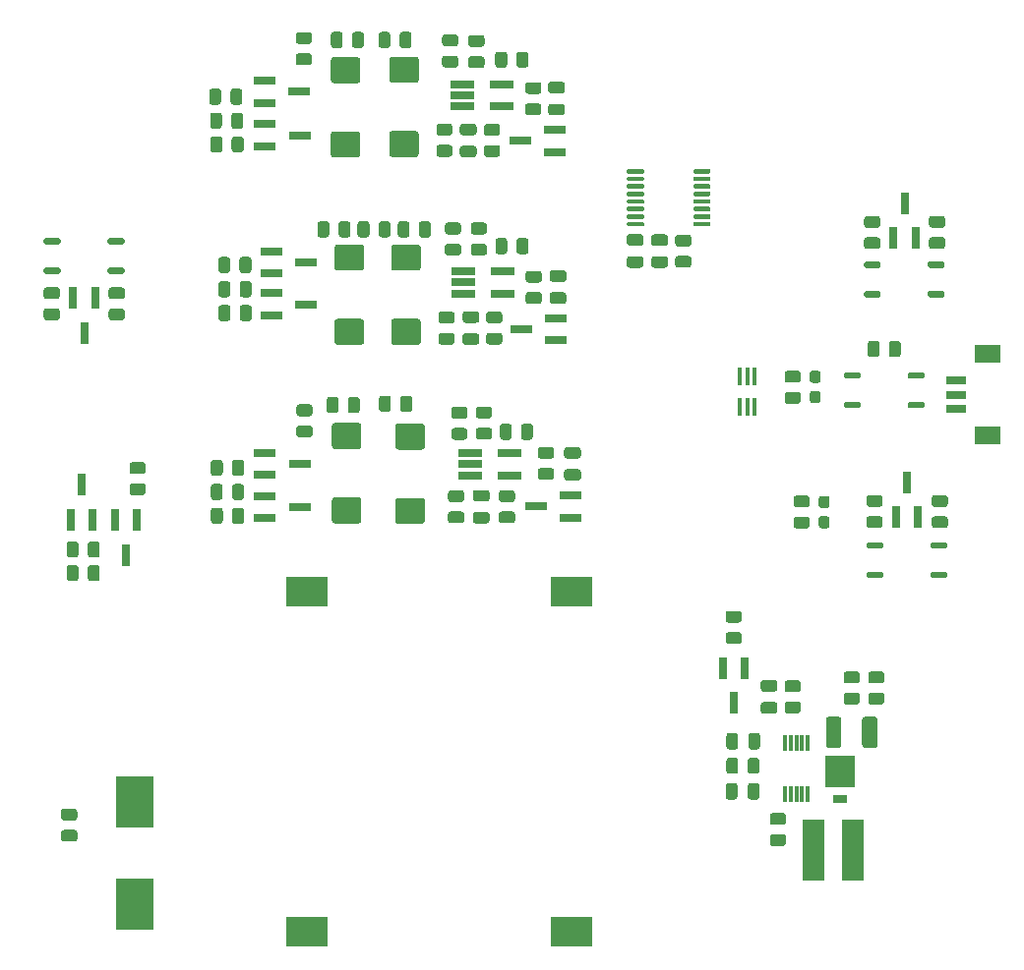
<source format=gbr>
%TF.GenerationSoftware,KiCad,Pcbnew,(5.1.10)-1*%
%TF.CreationDate,2021-11-07T17:42:01-06:00*%
%TF.ProjectId,RADSAT-SK Timer,52414453-4154-42d5-934b-2054696d6572,rev?*%
%TF.SameCoordinates,PX7735940PY2faf080*%
%TF.FileFunction,Paste,Top*%
%TF.FilePolarity,Positive*%
%FSLAX46Y46*%
G04 Gerber Fmt 4.6, Leading zero omitted, Abs format (unit mm)*
G04 Created by KiCad (PCBNEW (5.1.10)-1) date 2021-11-07 17:42:01*
%MOMM*%
%LPD*%
G01*
G04 APERTURE LIST*
%ADD10R,1.900000X5.300000*%
%ADD11R,0.400000X1.500000*%
%ADD12R,1.900000X0.800000*%
%ADD13R,2.000000X0.650000*%
%ADD14R,0.800000X1.900000*%
%ADD15R,3.600000X2.600000*%
%ADD16R,1.800000X0.700000*%
%ADD17R,2.200000X1.600000*%
%ADD18R,3.300000X4.500000*%
%ADD19R,2.540000X2.670000*%
%ADD20R,1.270000X0.762000*%
%ADD21R,0.300000X1.400000*%
G04 APERTURE END LIST*
D10*
%TO.C,L201*%
X-14158000Y-86652000D03*
X-17558000Y-86652000D03*
%TD*%
%TO.C,D205*%
G36*
G01*
X-16386500Y-57170000D02*
X-16861500Y-57170000D01*
G75*
G02*
X-17099000Y-56932500I0J237500D01*
G01*
X-17099000Y-56357500D01*
G75*
G02*
X-16861500Y-56120000I237500J0D01*
G01*
X-16386500Y-56120000D01*
G75*
G02*
X-16149000Y-56357500I0J-237500D01*
G01*
X-16149000Y-56932500D01*
G75*
G02*
X-16386500Y-57170000I-237500J0D01*
G01*
G37*
G36*
G01*
X-16386500Y-58920000D02*
X-16861500Y-58920000D01*
G75*
G02*
X-17099000Y-58682500I0J237500D01*
G01*
X-17099000Y-58107500D01*
G75*
G02*
X-16861500Y-57870000I237500J0D01*
G01*
X-16386500Y-57870000D01*
G75*
G02*
X-16149000Y-58107500I0J-237500D01*
G01*
X-16149000Y-58682500D01*
G75*
G02*
X-16386500Y-58920000I-237500J0D01*
G01*
G37*
%TD*%
%TO.C,R217*%
G36*
G01*
X-19024001Y-57920000D02*
X-18123999Y-57920000D01*
G75*
G02*
X-17874000Y-58169999I0J-249999D01*
G01*
X-17874000Y-58695001D01*
G75*
G02*
X-18123999Y-58945000I-249999J0D01*
G01*
X-19024001Y-58945000D01*
G75*
G02*
X-19274000Y-58695001I0J249999D01*
G01*
X-19274000Y-58169999D01*
G75*
G02*
X-19024001Y-57920000I249999J0D01*
G01*
G37*
G36*
G01*
X-19024001Y-56095000D02*
X-18123999Y-56095000D01*
G75*
G02*
X-17874000Y-56344999I0J-249999D01*
G01*
X-17874000Y-56870001D01*
G75*
G02*
X-18123999Y-57120000I-249999J0D01*
G01*
X-19024001Y-57120000D01*
G75*
G02*
X-19274000Y-56870001I0J249999D01*
G01*
X-19274000Y-56344999D01*
G75*
G02*
X-19024001Y-56095000I249999J0D01*
G01*
G37*
%TD*%
%TO.C,R214*%
G36*
G01*
X-6457119Y-33028160D02*
X-7357121Y-33028160D01*
G75*
G02*
X-7607120Y-32778161I0J249999D01*
G01*
X-7607120Y-32253159D01*
G75*
G02*
X-7357121Y-32003160I249999J0D01*
G01*
X-6457119Y-32003160D01*
G75*
G02*
X-6207120Y-32253159I0J-249999D01*
G01*
X-6207120Y-32778161D01*
G75*
G02*
X-6457119Y-33028160I-249999J0D01*
G01*
G37*
G36*
G01*
X-6457119Y-34853160D02*
X-7357121Y-34853160D01*
G75*
G02*
X-7607120Y-34603161I0J249999D01*
G01*
X-7607120Y-34078159D01*
G75*
G02*
X-7357121Y-33828160I249999J0D01*
G01*
X-6457119Y-33828160D01*
G75*
G02*
X-6207120Y-34078159I0J-249999D01*
G01*
X-6207120Y-34603161D01*
G75*
G02*
X-6457119Y-34853160I-249999J0D01*
G01*
G37*
%TD*%
D11*
%TO.C,D204*%
X-23894999Y-45812999D03*
X-23244999Y-45812999D03*
X-22594999Y-45812999D03*
X-22594999Y-48472999D03*
X-23244999Y-48472999D03*
X-23894999Y-48472999D03*
%TD*%
%TO.C,C102*%
G36*
G01*
X-53822061Y-24690824D02*
X-51772059Y-24690824D01*
G75*
G02*
X-51522060Y-24940823I0J-249999D01*
G01*
X-51522060Y-26690825D01*
G75*
G02*
X-51772059Y-26940824I-249999J0D01*
G01*
X-53822061Y-26940824D01*
G75*
G02*
X-54072060Y-26690825I0J249999D01*
G01*
X-54072060Y-24940823D01*
G75*
G02*
X-53822061Y-24690824I249999J0D01*
G01*
G37*
G36*
G01*
X-53822061Y-18290824D02*
X-51772059Y-18290824D01*
G75*
G02*
X-51522060Y-18540823I0J-249999D01*
G01*
X-51522060Y-20290825D01*
G75*
G02*
X-51772059Y-20540824I-249999J0D01*
G01*
X-53822061Y-20540824D01*
G75*
G02*
X-54072060Y-20290825I0J249999D01*
G01*
X-54072060Y-18540823D01*
G75*
G02*
X-53822061Y-18290824I249999J0D01*
G01*
G37*
%TD*%
%TO.C,C101*%
G36*
G01*
X-58839001Y-24725000D02*
X-56788999Y-24725000D01*
G75*
G02*
X-56539000Y-24974999I0J-249999D01*
G01*
X-56539000Y-26725001D01*
G75*
G02*
X-56788999Y-26975000I-249999J0D01*
G01*
X-58839001Y-26975000D01*
G75*
G02*
X-59089000Y-26725001I0J249999D01*
G01*
X-59089000Y-24974999D01*
G75*
G02*
X-58839001Y-24725000I249999J0D01*
G01*
G37*
G36*
G01*
X-58839001Y-18325000D02*
X-56788999Y-18325000D01*
G75*
G02*
X-56539000Y-18574999I0J-249999D01*
G01*
X-56539000Y-20325001D01*
G75*
G02*
X-56788999Y-20575000I-249999J0D01*
G01*
X-58839001Y-20575000D01*
G75*
G02*
X-59089000Y-20325001I0J249999D01*
G01*
X-59089000Y-18574999D01*
G75*
G02*
X-58839001Y-18325000I249999J0D01*
G01*
G37*
%TD*%
%TO.C,R103*%
G36*
G01*
X-68528600Y-21284799D02*
X-68528600Y-22184801D01*
G75*
G02*
X-68778599Y-22434800I-249999J0D01*
G01*
X-69303601Y-22434800D01*
G75*
G02*
X-69553600Y-22184801I0J249999D01*
G01*
X-69553600Y-21284799D01*
G75*
G02*
X-69303601Y-21034800I249999J0D01*
G01*
X-68778599Y-21034800D01*
G75*
G02*
X-68528600Y-21284799I0J-249999D01*
G01*
G37*
G36*
G01*
X-66703600Y-21284799D02*
X-66703600Y-22184801D01*
G75*
G02*
X-66953599Y-22434800I-249999J0D01*
G01*
X-67478601Y-22434800D01*
G75*
G02*
X-67728600Y-22184801I0J249999D01*
G01*
X-67728600Y-21284799D01*
G75*
G02*
X-67478601Y-21034800I249999J0D01*
G01*
X-66953599Y-21034800D01*
G75*
G02*
X-66703600Y-21284799I0J-249999D01*
G01*
G37*
%TD*%
%TO.C,C104*%
G36*
G01*
X-40139000Y-22350000D02*
X-39189000Y-22350000D01*
G75*
G02*
X-38939000Y-22600000I0J-250000D01*
G01*
X-38939000Y-23100000D01*
G75*
G02*
X-39189000Y-23350000I-250000J0D01*
G01*
X-40139000Y-23350000D01*
G75*
G02*
X-40389000Y-23100000I0J250000D01*
G01*
X-40389000Y-22600000D01*
G75*
G02*
X-40139000Y-22350000I250000J0D01*
G01*
G37*
G36*
G01*
X-40139000Y-20450000D02*
X-39189000Y-20450000D01*
G75*
G02*
X-38939000Y-20700000I0J-250000D01*
G01*
X-38939000Y-21200000D01*
G75*
G02*
X-39189000Y-21450000I-250000J0D01*
G01*
X-40139000Y-21450000D01*
G75*
G02*
X-40389000Y-21200000I0J250000D01*
G01*
X-40389000Y-20700000D01*
G75*
G02*
X-40139000Y-20450000I250000J0D01*
G01*
G37*
%TD*%
%TO.C,R105*%
G36*
G01*
X-57264000Y-17300001D02*
X-57264000Y-16399999D01*
G75*
G02*
X-57014001Y-16150000I249999J0D01*
G01*
X-56488999Y-16150000D01*
G75*
G02*
X-56239000Y-16399999I0J-249999D01*
G01*
X-56239000Y-17300001D01*
G75*
G02*
X-56488999Y-17550000I-249999J0D01*
G01*
X-57014001Y-17550000D01*
G75*
G02*
X-57264000Y-17300001I0J249999D01*
G01*
G37*
G36*
G01*
X-59089000Y-17300001D02*
X-59089000Y-16399999D01*
G75*
G02*
X-58839001Y-16150000I249999J0D01*
G01*
X-58313999Y-16150000D01*
G75*
G02*
X-58064000Y-16399999I0J-249999D01*
G01*
X-58064000Y-17300001D01*
G75*
G02*
X-58313999Y-17550000I-249999J0D01*
G01*
X-58839001Y-17550000D01*
G75*
G02*
X-59089000Y-17300001I0J249999D01*
G01*
G37*
%TD*%
%TO.C,R102*%
G36*
G01*
X-68461160Y-23358423D02*
X-68461160Y-24258425D01*
G75*
G02*
X-68711159Y-24508424I-249999J0D01*
G01*
X-69236161Y-24508424D01*
G75*
G02*
X-69486160Y-24258425I0J249999D01*
G01*
X-69486160Y-23358423D01*
G75*
G02*
X-69236161Y-23108424I249999J0D01*
G01*
X-68711159Y-23108424D01*
G75*
G02*
X-68461160Y-23358423I0J-249999D01*
G01*
G37*
G36*
G01*
X-66636160Y-23358423D02*
X-66636160Y-24258425D01*
G75*
G02*
X-66886159Y-24508424I-249999J0D01*
G01*
X-67411161Y-24508424D01*
G75*
G02*
X-67661160Y-24258425I0J249999D01*
G01*
X-67661160Y-23358423D01*
G75*
G02*
X-67411161Y-23108424I249999J0D01*
G01*
X-66886159Y-23108424D01*
G75*
G02*
X-66636160Y-23358423I0J-249999D01*
G01*
G37*
%TD*%
%TO.C,R101*%
G36*
G01*
X-67627000Y-26299601D02*
X-67627000Y-25399599D01*
G75*
G02*
X-67377001Y-25149600I249999J0D01*
G01*
X-66851999Y-25149600D01*
G75*
G02*
X-66602000Y-25399599I0J-249999D01*
G01*
X-66602000Y-26299601D01*
G75*
G02*
X-66851999Y-26549600I-249999J0D01*
G01*
X-67377001Y-26549600D01*
G75*
G02*
X-67627000Y-26299601I0J249999D01*
G01*
G37*
G36*
G01*
X-69452000Y-26299601D02*
X-69452000Y-25399599D01*
G75*
G02*
X-69202001Y-25149600I249999J0D01*
G01*
X-68676999Y-25149600D01*
G75*
G02*
X-68427000Y-25399599I0J-249999D01*
G01*
X-68427000Y-26299601D01*
G75*
G02*
X-68676999Y-26549600I-249999J0D01*
G01*
X-69202001Y-26549600D01*
G75*
G02*
X-69452000Y-26299601I0J249999D01*
G01*
G37*
%TD*%
%TO.C,R104*%
G36*
G01*
X-60963999Y-17200000D02*
X-61864001Y-17200000D01*
G75*
G02*
X-62114000Y-16950001I0J249999D01*
G01*
X-62114000Y-16424999D01*
G75*
G02*
X-61864001Y-16175000I249999J0D01*
G01*
X-60963999Y-16175000D01*
G75*
G02*
X-60714000Y-16424999I0J-249999D01*
G01*
X-60714000Y-16950001D01*
G75*
G02*
X-60963999Y-17200000I-249999J0D01*
G01*
G37*
G36*
G01*
X-60963999Y-19025000D02*
X-61864001Y-19025000D01*
G75*
G02*
X-62114000Y-18775001I0J249999D01*
G01*
X-62114000Y-18249999D01*
G75*
G02*
X-61864001Y-18000000I249999J0D01*
G01*
X-60963999Y-18000000D01*
G75*
G02*
X-60714000Y-18249999I0J-249999D01*
G01*
X-60714000Y-18775001D01*
G75*
G02*
X-60963999Y-19025000I-249999J0D01*
G01*
G37*
%TD*%
%TO.C,C103*%
G36*
G01*
X-47739000Y-25950000D02*
X-46789000Y-25950000D01*
G75*
G02*
X-46539000Y-26200000I0J-250000D01*
G01*
X-46539000Y-26700000D01*
G75*
G02*
X-46789000Y-26950000I-250000J0D01*
G01*
X-47739000Y-26950000D01*
G75*
G02*
X-47989000Y-26700000I0J250000D01*
G01*
X-47989000Y-26200000D01*
G75*
G02*
X-47739000Y-25950000I250000J0D01*
G01*
G37*
G36*
G01*
X-47739000Y-24050000D02*
X-46789000Y-24050000D01*
G75*
G02*
X-46539000Y-24300000I0J-250000D01*
G01*
X-46539000Y-24800000D01*
G75*
G02*
X-46789000Y-25050000I-250000J0D01*
G01*
X-47739000Y-25050000D01*
G75*
G02*
X-47989000Y-24800000I0J250000D01*
G01*
X-47989000Y-24300000D01*
G75*
G02*
X-47739000Y-24050000I250000J0D01*
G01*
G37*
%TD*%
%TO.C,R109*%
G36*
G01*
X-53964000Y-16399999D02*
X-53964000Y-17300001D01*
G75*
G02*
X-54213999Y-17550000I-249999J0D01*
G01*
X-54739001Y-17550000D01*
G75*
G02*
X-54989000Y-17300001I0J249999D01*
G01*
X-54989000Y-16399999D01*
G75*
G02*
X-54739001Y-16150000I249999J0D01*
G01*
X-54213999Y-16150000D01*
G75*
G02*
X-53964000Y-16399999I0J-249999D01*
G01*
G37*
G36*
G01*
X-52139000Y-16399999D02*
X-52139000Y-17300001D01*
G75*
G02*
X-52388999Y-17550000I-249999J0D01*
G01*
X-52914001Y-17550000D01*
G75*
G02*
X-53164000Y-17300001I0J249999D01*
G01*
X-53164000Y-16399999D01*
G75*
G02*
X-52914001Y-16150000I249999J0D01*
G01*
X-52388999Y-16150000D01*
G75*
G02*
X-52139000Y-16399999I0J-249999D01*
G01*
G37*
%TD*%
%TO.C,R108*%
G36*
G01*
X-44763999Y-25100000D02*
X-45664001Y-25100000D01*
G75*
G02*
X-45914000Y-24850001I0J249999D01*
G01*
X-45914000Y-24324999D01*
G75*
G02*
X-45664001Y-24075000I249999J0D01*
G01*
X-44763999Y-24075000D01*
G75*
G02*
X-44514000Y-24324999I0J-249999D01*
G01*
X-44514000Y-24850001D01*
G75*
G02*
X-44763999Y-25100000I-249999J0D01*
G01*
G37*
G36*
G01*
X-44763999Y-26925000D02*
X-45664001Y-26925000D01*
G75*
G02*
X-45914000Y-26675001I0J249999D01*
G01*
X-45914000Y-26149999D01*
G75*
G02*
X-45664001Y-25900000I249999J0D01*
G01*
X-44763999Y-25900000D01*
G75*
G02*
X-44514000Y-26149999I0J-249999D01*
G01*
X-44514000Y-26675001D01*
G75*
G02*
X-44763999Y-26925000I-249999J0D01*
G01*
G37*
%TD*%
%TO.C,R112*%
G36*
G01*
X-43914000Y-18099999D02*
X-43914000Y-19000001D01*
G75*
G02*
X-44163999Y-19250000I-249999J0D01*
G01*
X-44689001Y-19250000D01*
G75*
G02*
X-44939000Y-19000001I0J249999D01*
G01*
X-44939000Y-18099999D01*
G75*
G02*
X-44689001Y-17850000I249999J0D01*
G01*
X-44163999Y-17850000D01*
G75*
G02*
X-43914000Y-18099999I0J-249999D01*
G01*
G37*
G36*
G01*
X-42089000Y-18099999D02*
X-42089000Y-19000001D01*
G75*
G02*
X-42338999Y-19250000I-249999J0D01*
G01*
X-42864001Y-19250000D01*
G75*
G02*
X-43114000Y-19000001I0J249999D01*
G01*
X-43114000Y-18099999D01*
G75*
G02*
X-42864001Y-17850000I249999J0D01*
G01*
X-42338999Y-17850000D01*
G75*
G02*
X-42089000Y-18099999I0J-249999D01*
G01*
G37*
%TD*%
%TO.C,R107*%
G36*
G01*
X-49764001Y-25887500D02*
X-48863999Y-25887500D01*
G75*
G02*
X-48614000Y-26137499I0J-249999D01*
G01*
X-48614000Y-26662501D01*
G75*
G02*
X-48863999Y-26912500I-249999J0D01*
G01*
X-49764001Y-26912500D01*
G75*
G02*
X-50014000Y-26662501I0J249999D01*
G01*
X-50014000Y-26137499D01*
G75*
G02*
X-49764001Y-25887500I249999J0D01*
G01*
G37*
G36*
G01*
X-49764001Y-24062500D02*
X-48863999Y-24062500D01*
G75*
G02*
X-48614000Y-24312499I0J-249999D01*
G01*
X-48614000Y-24837501D01*
G75*
G02*
X-48863999Y-25087500I-249999J0D01*
G01*
X-49764001Y-25087500D01*
G75*
G02*
X-50014000Y-24837501I0J249999D01*
G01*
X-50014000Y-24312499D01*
G75*
G02*
X-49764001Y-24062500I249999J0D01*
G01*
G37*
%TD*%
%TO.C,R106*%
G36*
G01*
X-47014001Y-18250000D02*
X-46113999Y-18250000D01*
G75*
G02*
X-45864000Y-18499999I0J-249999D01*
G01*
X-45864000Y-19025001D01*
G75*
G02*
X-46113999Y-19275000I-249999J0D01*
G01*
X-47014001Y-19275000D01*
G75*
G02*
X-47264000Y-19025001I0J249999D01*
G01*
X-47264000Y-18499999D01*
G75*
G02*
X-47014001Y-18250000I249999J0D01*
G01*
G37*
G36*
G01*
X-47014001Y-16425000D02*
X-46113999Y-16425000D01*
G75*
G02*
X-45864000Y-16674999I0J-249999D01*
G01*
X-45864000Y-17200001D01*
G75*
G02*
X-46113999Y-17450000I-249999J0D01*
G01*
X-47014001Y-17450000D01*
G75*
G02*
X-47264000Y-17200001I0J249999D01*
G01*
X-47264000Y-16674999D01*
G75*
G02*
X-47014001Y-16425000I249999J0D01*
G01*
G37*
%TD*%
%TO.C,R111*%
G36*
G01*
X-42114001Y-22300000D02*
X-41213999Y-22300000D01*
G75*
G02*
X-40964000Y-22549999I0J-249999D01*
G01*
X-40964000Y-23075001D01*
G75*
G02*
X-41213999Y-23325000I-249999J0D01*
G01*
X-42114001Y-23325000D01*
G75*
G02*
X-42364000Y-23075001I0J249999D01*
G01*
X-42364000Y-22549999D01*
G75*
G02*
X-42114001Y-22300000I249999J0D01*
G01*
G37*
G36*
G01*
X-42114001Y-20475000D02*
X-41213999Y-20475000D01*
G75*
G02*
X-40964000Y-20724999I0J-249999D01*
G01*
X-40964000Y-21250001D01*
G75*
G02*
X-41213999Y-21500000I-249999J0D01*
G01*
X-42114001Y-21500000D01*
G75*
G02*
X-42364000Y-21250001I0J249999D01*
G01*
X-42364000Y-20724999D01*
G75*
G02*
X-42114001Y-20475000I249999J0D01*
G01*
G37*
%TD*%
%TO.C,R110*%
G36*
G01*
X-48363999Y-17400000D02*
X-49264001Y-17400000D01*
G75*
G02*
X-49514000Y-17150001I0J249999D01*
G01*
X-49514000Y-16624999D01*
G75*
G02*
X-49264001Y-16375000I249999J0D01*
G01*
X-48363999Y-16375000D01*
G75*
G02*
X-48114000Y-16624999I0J-249999D01*
G01*
X-48114000Y-17150001D01*
G75*
G02*
X-48363999Y-17400000I-249999J0D01*
G01*
G37*
G36*
G01*
X-48363999Y-19225000D02*
X-49264001Y-19225000D01*
G75*
G02*
X-49514000Y-18975001I0J249999D01*
G01*
X-49514000Y-18449999D01*
G75*
G02*
X-49264001Y-18200000I249999J0D01*
G01*
X-48363999Y-18200000D01*
G75*
G02*
X-48114000Y-18449999I0J-249999D01*
G01*
X-48114000Y-18975001D01*
G75*
G02*
X-48363999Y-19225000I-249999J0D01*
G01*
G37*
%TD*%
D12*
%TO.C,Q107*%
X-42814000Y-25550000D03*
X-39814000Y-24600000D03*
X-39814000Y-26500000D03*
%TD*%
%TO.C,Q104*%
X-61795060Y-21317824D03*
X-64795060Y-22267824D03*
X-64795060Y-20367824D03*
%TD*%
D13*
%TO.C,U101*%
X-44354000Y-20650000D03*
X-44354000Y-22550000D03*
X-47774000Y-22550000D03*
X-47774000Y-21600000D03*
X-47774000Y-20650000D03*
%TD*%
D12*
%TO.C,Q101*%
X-61777200Y-25062200D03*
X-64777200Y-26012200D03*
X-64777200Y-24112200D03*
%TD*%
%TO.C,R221*%
G36*
G01*
X-80799500Y-62325999D02*
X-80799500Y-63226001D01*
G75*
G02*
X-81049499Y-63476000I-249999J0D01*
G01*
X-81574501Y-63476000D01*
G75*
G02*
X-81824500Y-63226001I0J249999D01*
G01*
X-81824500Y-62325999D01*
G75*
G02*
X-81574501Y-62076000I249999J0D01*
G01*
X-81049499Y-62076000D01*
G75*
G02*
X-80799500Y-62325999I0J-249999D01*
G01*
G37*
G36*
G01*
X-78974500Y-62325999D02*
X-78974500Y-63226001D01*
G75*
G02*
X-79224499Y-63476000I-249999J0D01*
G01*
X-79749501Y-63476000D01*
G75*
G02*
X-79999500Y-63226001I0J249999D01*
G01*
X-79999500Y-62325999D01*
G75*
G02*
X-79749501Y-62076000I249999J0D01*
G01*
X-79224499Y-62076000D01*
G75*
G02*
X-78974500Y-62325999I0J-249999D01*
G01*
G37*
%TD*%
%TO.C,R220*%
G36*
G01*
X-75273999Y-54248000D02*
X-76174001Y-54248000D01*
G75*
G02*
X-76424000Y-53998001I0J249999D01*
G01*
X-76424000Y-53472999D01*
G75*
G02*
X-76174001Y-53223000I249999J0D01*
G01*
X-75273999Y-53223000D01*
G75*
G02*
X-75024000Y-53472999I0J-249999D01*
G01*
X-75024000Y-53998001D01*
G75*
G02*
X-75273999Y-54248000I-249999J0D01*
G01*
G37*
G36*
G01*
X-75273999Y-56073000D02*
X-76174001Y-56073000D01*
G75*
G02*
X-76424000Y-55823001I0J249999D01*
G01*
X-76424000Y-55297999D01*
G75*
G02*
X-76174001Y-55048000I249999J0D01*
G01*
X-75273999Y-55048000D01*
G75*
G02*
X-75024000Y-55297999I0J-249999D01*
G01*
X-75024000Y-55823001D01*
G75*
G02*
X-75273999Y-56073000I-249999J0D01*
G01*
G37*
%TD*%
D14*
%TO.C,Q207*%
X-76740000Y-61228000D03*
X-77690000Y-58228000D03*
X-75790000Y-58228000D03*
%TD*%
%TO.C,C107*%
G36*
G01*
X-53647941Y-40872400D02*
X-51597939Y-40872400D01*
G75*
G02*
X-51347940Y-41122399I0J-249999D01*
G01*
X-51347940Y-42872401D01*
G75*
G02*
X-51597939Y-43122400I-249999J0D01*
G01*
X-53647941Y-43122400D01*
G75*
G02*
X-53897940Y-42872401I0J249999D01*
G01*
X-53897940Y-41122399D01*
G75*
G02*
X-53647941Y-40872400I249999J0D01*
G01*
G37*
G36*
G01*
X-53647941Y-34472400D02*
X-51597939Y-34472400D01*
G75*
G02*
X-51347940Y-34722399I0J-249999D01*
G01*
X-51347940Y-36472401D01*
G75*
G02*
X-51597939Y-36722400I-249999J0D01*
G01*
X-53647941Y-36722400D01*
G75*
G02*
X-53897940Y-36472401I0J249999D01*
G01*
X-53897940Y-34722399D01*
G75*
G02*
X-53647941Y-34472400I249999J0D01*
G01*
G37*
%TD*%
%TO.C,R137*%
G36*
G01*
X-28301999Y-36473000D02*
X-29202001Y-36473000D01*
G75*
G02*
X-29452000Y-36223001I0J249999D01*
G01*
X-29452000Y-35697999D01*
G75*
G02*
X-29202001Y-35448000I249999J0D01*
G01*
X-28301999Y-35448000D01*
G75*
G02*
X-28052000Y-35697999I0J-249999D01*
G01*
X-28052000Y-36223001D01*
G75*
G02*
X-28301999Y-36473000I-249999J0D01*
G01*
G37*
G36*
G01*
X-28301999Y-34648000D02*
X-29202001Y-34648000D01*
G75*
G02*
X-29452000Y-34398001I0J249999D01*
G01*
X-29452000Y-33872999D01*
G75*
G02*
X-29202001Y-33623000I249999J0D01*
G01*
X-28301999Y-33623000D01*
G75*
G02*
X-28052000Y-33872999I0J-249999D01*
G01*
X-28052000Y-34398001D01*
G75*
G02*
X-28301999Y-34648000I-249999J0D01*
G01*
G37*
%TD*%
%TO.C,C114*%
G36*
G01*
X-33377000Y-33578000D02*
X-32427000Y-33578000D01*
G75*
G02*
X-32177000Y-33828000I0J-250000D01*
G01*
X-32177000Y-34328000D01*
G75*
G02*
X-32427000Y-34578000I-250000J0D01*
G01*
X-33377000Y-34578000D01*
G75*
G02*
X-33627000Y-34328000I0J250000D01*
G01*
X-33627000Y-33828000D01*
G75*
G02*
X-33377000Y-33578000I250000J0D01*
G01*
G37*
G36*
G01*
X-33377000Y-35478000D02*
X-32427000Y-35478000D01*
G75*
G02*
X-32177000Y-35728000I0J-250000D01*
G01*
X-32177000Y-36228000D01*
G75*
G02*
X-32427000Y-36478000I-250000J0D01*
G01*
X-33377000Y-36478000D01*
G75*
G02*
X-33627000Y-36228000I0J250000D01*
G01*
X-33627000Y-35728000D01*
G75*
G02*
X-33377000Y-35478000I250000J0D01*
G01*
G37*
%TD*%
%TO.C,C113*%
G36*
G01*
X-31267000Y-33588000D02*
X-30317000Y-33588000D01*
G75*
G02*
X-30067000Y-33838000I0J-250000D01*
G01*
X-30067000Y-34338000D01*
G75*
G02*
X-30317000Y-34588000I-250000J0D01*
G01*
X-31267000Y-34588000D01*
G75*
G02*
X-31517000Y-34338000I0J250000D01*
G01*
X-31517000Y-33838000D01*
G75*
G02*
X-31267000Y-33588000I250000J0D01*
G01*
G37*
G36*
G01*
X-31267000Y-35488000D02*
X-30317000Y-35488000D01*
G75*
G02*
X-30067000Y-35738000I0J-250000D01*
G01*
X-30067000Y-36238000D01*
G75*
G02*
X-30317000Y-36488000I-250000J0D01*
G01*
X-31267000Y-36488000D01*
G75*
G02*
X-31517000Y-36238000I0J250000D01*
G01*
X-31517000Y-35738000D01*
G75*
G02*
X-31267000Y-35488000I250000J0D01*
G01*
G37*
%TD*%
D15*
%TO.C,BT201*%
X-61169800Y-64331200D03*
X-61169800Y-93631200D03*
%TD*%
%TO.C,BT202*%
X-38386000Y-64379820D03*
X-38386000Y-93679820D03*
%TD*%
D16*
%TO.C,J203*%
X-5292000Y-46150000D03*
X-5292000Y-47400000D03*
X-5292000Y-48650000D03*
D17*
X-2592000Y-50900000D03*
X-2592000Y-43900000D03*
%TD*%
%TO.C,R209*%
G36*
G01*
X-19786001Y-47174000D02*
X-18885999Y-47174000D01*
G75*
G02*
X-18636000Y-47423999I0J-249999D01*
G01*
X-18636000Y-47949001D01*
G75*
G02*
X-18885999Y-48199000I-249999J0D01*
G01*
X-19786001Y-48199000D01*
G75*
G02*
X-20036000Y-47949001I0J249999D01*
G01*
X-20036000Y-47423999D01*
G75*
G02*
X-19786001Y-47174000I249999J0D01*
G01*
G37*
G36*
G01*
X-19786001Y-45349000D02*
X-18885999Y-45349000D01*
G75*
G02*
X-18636000Y-45598999I0J-249999D01*
G01*
X-18636000Y-46124001D01*
G75*
G02*
X-18885999Y-46374000I-249999J0D01*
G01*
X-19786001Y-46374000D01*
G75*
G02*
X-20036000Y-46124001I0J249999D01*
G01*
X-20036000Y-45598999D01*
G75*
G02*
X-19786001Y-45349000I249999J0D01*
G01*
G37*
%TD*%
%TO.C,D206*%
G36*
G01*
X-17160500Y-46386000D02*
X-17635500Y-46386000D01*
G75*
G02*
X-17873000Y-46148500I0J237500D01*
G01*
X-17873000Y-45573500D01*
G75*
G02*
X-17635500Y-45336000I237500J0D01*
G01*
X-17160500Y-45336000D01*
G75*
G02*
X-16923000Y-45573500I0J-237500D01*
G01*
X-16923000Y-46148500D01*
G75*
G02*
X-17160500Y-46386000I-237500J0D01*
G01*
G37*
G36*
G01*
X-17160500Y-48136000D02*
X-17635500Y-48136000D01*
G75*
G02*
X-17873000Y-47898500I0J237500D01*
G01*
X-17873000Y-47323500D01*
G75*
G02*
X-17635500Y-47086000I237500J0D01*
G01*
X-17160500Y-47086000D01*
G75*
G02*
X-16923000Y-47323500I0J-237500D01*
G01*
X-16923000Y-47898500D01*
G75*
G02*
X-17160500Y-48136000I-237500J0D01*
G01*
G37*
%TD*%
D18*
%TO.C,D201*%
X-75978000Y-91306000D03*
X-75978000Y-82506000D03*
%TD*%
%TO.C,C108*%
G36*
G01*
X-53289801Y-56290600D02*
X-51239799Y-56290600D01*
G75*
G02*
X-50989800Y-56540599I0J-249999D01*
G01*
X-50989800Y-58290601D01*
G75*
G02*
X-51239799Y-58540600I-249999J0D01*
G01*
X-53289801Y-58540600D01*
G75*
G02*
X-53539800Y-58290601I0J249999D01*
G01*
X-53539800Y-56540599D01*
G75*
G02*
X-53289801Y-56290600I249999J0D01*
G01*
G37*
G36*
G01*
X-53289801Y-49890600D02*
X-51239799Y-49890600D01*
G75*
G02*
X-50989800Y-50140599I0J-249999D01*
G01*
X-50989800Y-51890601D01*
G75*
G02*
X-51239799Y-52140600I-249999J0D01*
G01*
X-53289801Y-52140600D01*
G75*
G02*
X-53539800Y-51890601I0J249999D01*
G01*
X-53539800Y-50140599D01*
G75*
G02*
X-53289801Y-49890600I249999J0D01*
G01*
G37*
%TD*%
%TO.C,C106*%
G36*
G01*
X-58750801Y-56239800D02*
X-56700799Y-56239800D01*
G75*
G02*
X-56450800Y-56489799I0J-249999D01*
G01*
X-56450800Y-58239801D01*
G75*
G02*
X-56700799Y-58489800I-249999J0D01*
G01*
X-58750801Y-58489800D01*
G75*
G02*
X-59000800Y-58239801I0J249999D01*
G01*
X-59000800Y-56489799D01*
G75*
G02*
X-58750801Y-56239800I249999J0D01*
G01*
G37*
G36*
G01*
X-58750801Y-49839800D02*
X-56700799Y-49839800D01*
G75*
G02*
X-56450800Y-50089799I0J-249999D01*
G01*
X-56450800Y-51839801D01*
G75*
G02*
X-56700799Y-52089800I-249999J0D01*
G01*
X-58750801Y-52089800D01*
G75*
G02*
X-59000800Y-51839801I0J249999D01*
G01*
X-59000800Y-50089799D01*
G75*
G02*
X-58750801Y-49839800I249999J0D01*
G01*
G37*
%TD*%
%TO.C,C105*%
G36*
G01*
X-58524741Y-40872800D02*
X-56474739Y-40872800D01*
G75*
G02*
X-56224740Y-41122799I0J-249999D01*
G01*
X-56224740Y-42872801D01*
G75*
G02*
X-56474739Y-43122800I-249999J0D01*
G01*
X-58524741Y-43122800D01*
G75*
G02*
X-58774740Y-42872801I0J249999D01*
G01*
X-58774740Y-41122799D01*
G75*
G02*
X-58524741Y-40872800I249999J0D01*
G01*
G37*
G36*
G01*
X-58524741Y-34472800D02*
X-56474739Y-34472800D01*
G75*
G02*
X-56224740Y-34722799I0J-249999D01*
G01*
X-56224740Y-36472801D01*
G75*
G02*
X-56474739Y-36722800I-249999J0D01*
G01*
X-58524741Y-36722800D01*
G75*
G02*
X-58774740Y-36472801I0J249999D01*
G01*
X-58774740Y-34722799D01*
G75*
G02*
X-58524741Y-34472800I249999J0D01*
G01*
G37*
%TD*%
%TO.C,U260*%
G36*
G01*
X-82350100Y-36609980D02*
X-82350100Y-36884980D01*
G75*
G02*
X-82487600Y-37022480I-137500J0D01*
G01*
X-83662600Y-37022480D01*
G75*
G02*
X-83800100Y-36884980I0J137500D01*
G01*
X-83800100Y-36609980D01*
G75*
G02*
X-83662600Y-36472480I137500J0D01*
G01*
X-82487600Y-36472480D01*
G75*
G02*
X-82350100Y-36609980I0J-137500D01*
G01*
G37*
G36*
G01*
X-82350100Y-34069980D02*
X-82350100Y-34344980D01*
G75*
G02*
X-82487600Y-34482480I-137500J0D01*
G01*
X-83662600Y-34482480D01*
G75*
G02*
X-83800100Y-34344980I0J137500D01*
G01*
X-83800100Y-34069980D01*
G75*
G02*
X-83662600Y-33932480I137500J0D01*
G01*
X-82487600Y-33932480D01*
G75*
G02*
X-82350100Y-34069980I0J-137500D01*
G01*
G37*
G36*
G01*
X-76850100Y-34069980D02*
X-76850100Y-34344980D01*
G75*
G02*
X-76987600Y-34482480I-137500J0D01*
G01*
X-78162600Y-34482480D01*
G75*
G02*
X-78300100Y-34344980I0J137500D01*
G01*
X-78300100Y-34069980D01*
G75*
G02*
X-78162600Y-33932480I137500J0D01*
G01*
X-76987600Y-33932480D01*
G75*
G02*
X-76850100Y-34069980I0J-137500D01*
G01*
G37*
G36*
G01*
X-76850100Y-36609980D02*
X-76850100Y-36884980D01*
G75*
G02*
X-76987600Y-37022480I-137500J0D01*
G01*
X-78162600Y-37022480D01*
G75*
G02*
X-78300100Y-36884980I0J137500D01*
G01*
X-78300100Y-36609980D01*
G75*
G02*
X-78162600Y-36472480I137500J0D01*
G01*
X-76987600Y-36472480D01*
G75*
G02*
X-76850100Y-36609980I0J-137500D01*
G01*
G37*
%TD*%
%TO.C,U250*%
G36*
G01*
X-7711680Y-36354580D02*
X-7711680Y-36079580D01*
G75*
G02*
X-7574180Y-35942080I137500J0D01*
G01*
X-6399180Y-35942080D01*
G75*
G02*
X-6261680Y-36079580I0J-137500D01*
G01*
X-6261680Y-36354580D01*
G75*
G02*
X-6399180Y-36492080I-137500J0D01*
G01*
X-7574180Y-36492080D01*
G75*
G02*
X-7711680Y-36354580I0J137500D01*
G01*
G37*
G36*
G01*
X-7711680Y-38894580D02*
X-7711680Y-38619580D01*
G75*
G02*
X-7574180Y-38482080I137500J0D01*
G01*
X-6399180Y-38482080D01*
G75*
G02*
X-6261680Y-38619580I0J-137500D01*
G01*
X-6261680Y-38894580D01*
G75*
G02*
X-6399180Y-39032080I-137500J0D01*
G01*
X-7574180Y-39032080D01*
G75*
G02*
X-7711680Y-38894580I0J137500D01*
G01*
G37*
G36*
G01*
X-13211680Y-38894580D02*
X-13211680Y-38619580D01*
G75*
G02*
X-13074180Y-38482080I137500J0D01*
G01*
X-11899180Y-38482080D01*
G75*
G02*
X-11761680Y-38619580I0J-137500D01*
G01*
X-11761680Y-38894580D01*
G75*
G02*
X-11899180Y-39032080I-137500J0D01*
G01*
X-13074180Y-39032080D01*
G75*
G02*
X-13211680Y-38894580I0J137500D01*
G01*
G37*
G36*
G01*
X-13211680Y-36354580D02*
X-13211680Y-36079580D01*
G75*
G02*
X-13074180Y-35942080I137500J0D01*
G01*
X-11899180Y-35942080D01*
G75*
G02*
X-11761680Y-36079580I0J-137500D01*
G01*
X-11761680Y-36354580D01*
G75*
G02*
X-11899180Y-36492080I-137500J0D01*
G01*
X-13074180Y-36492080D01*
G75*
G02*
X-13211680Y-36354580I0J137500D01*
G01*
G37*
%TD*%
%TO.C,U240*%
G36*
G01*
X-7471380Y-60519880D02*
X-7471380Y-60244880D01*
G75*
G02*
X-7333880Y-60107380I137500J0D01*
G01*
X-6158880Y-60107380D01*
G75*
G02*
X-6021380Y-60244880I0J-137500D01*
G01*
X-6021380Y-60519880D01*
G75*
G02*
X-6158880Y-60657380I-137500J0D01*
G01*
X-7333880Y-60657380D01*
G75*
G02*
X-7471380Y-60519880I0J137500D01*
G01*
G37*
G36*
G01*
X-7471380Y-63059880D02*
X-7471380Y-62784880D01*
G75*
G02*
X-7333880Y-62647380I137500J0D01*
G01*
X-6158880Y-62647380D01*
G75*
G02*
X-6021380Y-62784880I0J-137500D01*
G01*
X-6021380Y-63059880D01*
G75*
G02*
X-6158880Y-63197380I-137500J0D01*
G01*
X-7333880Y-63197380D01*
G75*
G02*
X-7471380Y-63059880I0J137500D01*
G01*
G37*
G36*
G01*
X-12971380Y-63059880D02*
X-12971380Y-62784880D01*
G75*
G02*
X-12833880Y-62647380I137500J0D01*
G01*
X-11658880Y-62647380D01*
G75*
G02*
X-11521380Y-62784880I0J-137500D01*
G01*
X-11521380Y-63059880D01*
G75*
G02*
X-11658880Y-63197380I-137500J0D01*
G01*
X-12833880Y-63197380D01*
G75*
G02*
X-12971380Y-63059880I0J137500D01*
G01*
G37*
G36*
G01*
X-12971380Y-60519880D02*
X-12971380Y-60244880D01*
G75*
G02*
X-12833880Y-60107380I137500J0D01*
G01*
X-11658880Y-60107380D01*
G75*
G02*
X-11521380Y-60244880I0J-137500D01*
G01*
X-11521380Y-60519880D01*
G75*
G02*
X-11658880Y-60657380I-137500J0D01*
G01*
X-12833880Y-60657380D01*
G75*
G02*
X-12971380Y-60519880I0J137500D01*
G01*
G37*
%TD*%
%TO.C,R216*%
G36*
G01*
X-83564021Y-39969420D02*
X-82664019Y-39969420D01*
G75*
G02*
X-82414020Y-40219419I0J-249999D01*
G01*
X-82414020Y-40744421D01*
G75*
G02*
X-82664019Y-40994420I-249999J0D01*
G01*
X-83564021Y-40994420D01*
G75*
G02*
X-83814020Y-40744421I0J249999D01*
G01*
X-83814020Y-40219419D01*
G75*
G02*
X-83564021Y-39969420I249999J0D01*
G01*
G37*
G36*
G01*
X-83564021Y-38144420D02*
X-82664019Y-38144420D01*
G75*
G02*
X-82414020Y-38394419I0J-249999D01*
G01*
X-82414020Y-38919421D01*
G75*
G02*
X-82664019Y-39169420I-249999J0D01*
G01*
X-83564021Y-39169420D01*
G75*
G02*
X-83814020Y-38919421I0J249999D01*
G01*
X-83814020Y-38394419D01*
G75*
G02*
X-83564021Y-38144420I249999J0D01*
G01*
G37*
%TD*%
%TO.C,R215*%
G36*
G01*
X-77060779Y-39182120D02*
X-77960781Y-39182120D01*
G75*
G02*
X-78210780Y-38932121I0J249999D01*
G01*
X-78210780Y-38407119D01*
G75*
G02*
X-77960781Y-38157120I249999J0D01*
G01*
X-77060779Y-38157120D01*
G75*
G02*
X-76810780Y-38407119I0J-249999D01*
G01*
X-76810780Y-38932121D01*
G75*
G02*
X-77060779Y-39182120I-249999J0D01*
G01*
G37*
G36*
G01*
X-77060779Y-41007120D02*
X-77960781Y-41007120D01*
G75*
G02*
X-78210780Y-40757121I0J249999D01*
G01*
X-78210780Y-40232119D01*
G75*
G02*
X-77960781Y-39982120I249999J0D01*
G01*
X-77060779Y-39982120D01*
G75*
G02*
X-76810780Y-40232119I0J-249999D01*
G01*
X-76810780Y-40757121D01*
G75*
G02*
X-77060779Y-41007120I-249999J0D01*
G01*
G37*
%TD*%
%TO.C,R213*%
G36*
G01*
X-12937501Y-33838320D02*
X-12037499Y-33838320D01*
G75*
G02*
X-11787500Y-34088319I0J-249999D01*
G01*
X-11787500Y-34613321D01*
G75*
G02*
X-12037499Y-34863320I-249999J0D01*
G01*
X-12937501Y-34863320D01*
G75*
G02*
X-13187500Y-34613321I0J249999D01*
G01*
X-13187500Y-34088319D01*
G75*
G02*
X-12937501Y-33838320I249999J0D01*
G01*
G37*
G36*
G01*
X-12937501Y-32013320D02*
X-12037499Y-32013320D01*
G75*
G02*
X-11787500Y-32263319I0J-249999D01*
G01*
X-11787500Y-32788321D01*
G75*
G02*
X-12037499Y-33038320I-249999J0D01*
G01*
X-12937501Y-33038320D01*
G75*
G02*
X-13187500Y-32788321I0J249999D01*
G01*
X-13187500Y-32263319D01*
G75*
G02*
X-12937501Y-32013320I249999J0D01*
G01*
G37*
%TD*%
%TO.C,R212*%
G36*
G01*
X-6224439Y-57084240D02*
X-7124441Y-57084240D01*
G75*
G02*
X-7374440Y-56834241I0J249999D01*
G01*
X-7374440Y-56309239D01*
G75*
G02*
X-7124441Y-56059240I249999J0D01*
G01*
X-6224439Y-56059240D01*
G75*
G02*
X-5974440Y-56309239I0J-249999D01*
G01*
X-5974440Y-56834241D01*
G75*
G02*
X-6224439Y-57084240I-249999J0D01*
G01*
G37*
G36*
G01*
X-6224439Y-58909240D02*
X-7124441Y-58909240D01*
G75*
G02*
X-7374440Y-58659241I0J249999D01*
G01*
X-7374440Y-58134239D01*
G75*
G02*
X-7124441Y-57884240I249999J0D01*
G01*
X-6224439Y-57884240D01*
G75*
G02*
X-5974440Y-58134239I0J-249999D01*
G01*
X-5974440Y-58659241D01*
G75*
G02*
X-6224439Y-58909240I-249999J0D01*
G01*
G37*
%TD*%
%TO.C,R211*%
G36*
G01*
X-12740381Y-57863920D02*
X-11840379Y-57863920D01*
G75*
G02*
X-11590380Y-58113919I0J-249999D01*
G01*
X-11590380Y-58638921D01*
G75*
G02*
X-11840379Y-58888920I-249999J0D01*
G01*
X-12740381Y-58888920D01*
G75*
G02*
X-12990380Y-58638921I0J249999D01*
G01*
X-12990380Y-58113919D01*
G75*
G02*
X-12740381Y-57863920I249999J0D01*
G01*
G37*
G36*
G01*
X-12740381Y-56038920D02*
X-11840379Y-56038920D01*
G75*
G02*
X-11590380Y-56288919I0J-249999D01*
G01*
X-11590380Y-56813921D01*
G75*
G02*
X-11840379Y-57063920I-249999J0D01*
G01*
X-12740381Y-57063920D01*
G75*
G02*
X-12990380Y-56813921I0J249999D01*
G01*
X-12990380Y-56288919D01*
G75*
G02*
X-12740381Y-56038920I249999J0D01*
G01*
G37*
%TD*%
D14*
%TO.C,Q206*%
X-80322560Y-42077800D03*
X-81272560Y-39077800D03*
X-79372560Y-39077800D03*
%TD*%
%TO.C,Q205*%
X-9703660Y-30917240D03*
X-8753660Y-33917240D03*
X-10653660Y-33917240D03*
%TD*%
%TO.C,Q204*%
X-9478600Y-54965700D03*
X-8528600Y-57965700D03*
X-10428600Y-57965700D03*
%TD*%
%TO.C,U230*%
G36*
G01*
X-9437000Y-45895500D02*
X-9437000Y-45620500D01*
G75*
G02*
X-9299500Y-45483000I137500J0D01*
G01*
X-8124500Y-45483000D01*
G75*
G02*
X-7987000Y-45620500I0J-137500D01*
G01*
X-7987000Y-45895500D01*
G75*
G02*
X-8124500Y-46033000I-137500J0D01*
G01*
X-9299500Y-46033000D01*
G75*
G02*
X-9437000Y-45895500I0J137500D01*
G01*
G37*
G36*
G01*
X-9437000Y-48435500D02*
X-9437000Y-48160500D01*
G75*
G02*
X-9299500Y-48023000I137500J0D01*
G01*
X-8124500Y-48023000D01*
G75*
G02*
X-7987000Y-48160500I0J-137500D01*
G01*
X-7987000Y-48435500D01*
G75*
G02*
X-8124500Y-48573000I-137500J0D01*
G01*
X-9299500Y-48573000D01*
G75*
G02*
X-9437000Y-48435500I0J137500D01*
G01*
G37*
G36*
G01*
X-14937000Y-48435500D02*
X-14937000Y-48160500D01*
G75*
G02*
X-14799500Y-48023000I137500J0D01*
G01*
X-13624500Y-48023000D01*
G75*
G02*
X-13487000Y-48160500I0J-137500D01*
G01*
X-13487000Y-48435500D01*
G75*
G02*
X-13624500Y-48573000I-137500J0D01*
G01*
X-14799500Y-48573000D01*
G75*
G02*
X-14937000Y-48435500I0J137500D01*
G01*
G37*
G36*
G01*
X-14937000Y-45895500D02*
X-14937000Y-45620500D01*
G75*
G02*
X-14799500Y-45483000I137500J0D01*
G01*
X-13624500Y-45483000D01*
G75*
G02*
X-13487000Y-45620500I0J-137500D01*
G01*
X-13487000Y-45895500D01*
G75*
G02*
X-13624500Y-46033000I-137500J0D01*
G01*
X-14799500Y-46033000D01*
G75*
G02*
X-14937000Y-45895500I0J137500D01*
G01*
G37*
%TD*%
%TO.C,R210*%
G36*
G01*
X-11862000Y-43021999D02*
X-11862000Y-43922001D01*
G75*
G02*
X-12111999Y-44172000I-249999J0D01*
G01*
X-12637001Y-44172000D01*
G75*
G02*
X-12887000Y-43922001I0J249999D01*
G01*
X-12887000Y-43021999D01*
G75*
G02*
X-12637001Y-42772000I249999J0D01*
G01*
X-12111999Y-42772000D01*
G75*
G02*
X-11862000Y-43021999I0J-249999D01*
G01*
G37*
G36*
G01*
X-10037000Y-43021999D02*
X-10037000Y-43922001D01*
G75*
G02*
X-10286999Y-44172000I-249999J0D01*
G01*
X-10812001Y-44172000D01*
G75*
G02*
X-11062000Y-43922001I0J249999D01*
G01*
X-11062000Y-43021999D01*
G75*
G02*
X-10812001Y-42772000I249999J0D01*
G01*
X-10286999Y-42772000D01*
G75*
G02*
X-10037000Y-43021999I0J-249999D01*
G01*
G37*
%TD*%
D13*
%TO.C,U103*%
X-43704000Y-52450000D03*
X-43704000Y-54350000D03*
X-47124000Y-54350000D03*
X-47124000Y-53400000D03*
X-47124000Y-52450000D03*
%TD*%
%TO.C,U102*%
X-44281000Y-36781000D03*
X-44281000Y-38681000D03*
X-47701000Y-38681000D03*
X-47701000Y-37731000D03*
X-47701000Y-36781000D03*
%TD*%
D14*
%TO.C,Q202*%
X-80550000Y-55180000D03*
X-79600000Y-58180000D03*
X-81500000Y-58180000D03*
%TD*%
%TO.C,Q201*%
X-24416000Y-73952000D03*
X-25366000Y-70952000D03*
X-23466000Y-70952000D03*
%TD*%
D12*
%TO.C,Q109*%
X-41445800Y-57035000D03*
X-38445800Y-56085000D03*
X-38445800Y-57985000D03*
%TD*%
%TO.C,Q108*%
X-42715800Y-41769600D03*
X-39715800Y-40819600D03*
X-39715800Y-42719600D03*
%TD*%
%TO.C,Q106*%
X-61763000Y-53352000D03*
X-64763000Y-54302000D03*
X-64763000Y-52402000D03*
%TD*%
%TO.C,Q105*%
X-61225340Y-36001800D03*
X-64225340Y-36951800D03*
X-64225340Y-35051800D03*
%TD*%
%TO.C,Q103*%
X-61763000Y-57085800D03*
X-64763000Y-58035800D03*
X-64763000Y-56135800D03*
%TD*%
%TO.C,Q102*%
X-61232140Y-39610600D03*
X-64232140Y-40560600D03*
X-64232140Y-38660600D03*
%TD*%
D19*
%TO.C,D203*%
X-15272000Y-79857500D03*
D20*
X-15272000Y-82208500D03*
%TD*%
%TO.C,C208*%
G36*
G01*
X-13356000Y-77592001D02*
X-13356000Y-75391999D01*
G75*
G02*
X-13106001Y-75142000I249999J0D01*
G01*
X-12280999Y-75142000D01*
G75*
G02*
X-12031000Y-75391999I0J-249999D01*
G01*
X-12031000Y-77592001D01*
G75*
G02*
X-12280999Y-77842000I-249999J0D01*
G01*
X-13106001Y-77842000D01*
G75*
G02*
X-13356000Y-77592001I0J249999D01*
G01*
G37*
G36*
G01*
X-16481000Y-77592001D02*
X-16481000Y-75391999D01*
G75*
G02*
X-16231001Y-75142000I249999J0D01*
G01*
X-15405999Y-75142000D01*
G75*
G02*
X-15156000Y-75391999I0J-249999D01*
G01*
X-15156000Y-77592001D01*
G75*
G02*
X-15405999Y-77842000I-249999J0D01*
G01*
X-16231001Y-77842000D01*
G75*
G02*
X-16481000Y-77592001I0J249999D01*
G01*
G37*
%TD*%
%TO.C,R204*%
G36*
G01*
X-24866001Y-66026500D02*
X-23965999Y-66026500D01*
G75*
G02*
X-23716000Y-66276499I0J-249999D01*
G01*
X-23716000Y-66801501D01*
G75*
G02*
X-23965999Y-67051500I-249999J0D01*
G01*
X-24866001Y-67051500D01*
G75*
G02*
X-25116000Y-66801501I0J249999D01*
G01*
X-25116000Y-66276499D01*
G75*
G02*
X-24866001Y-66026500I249999J0D01*
G01*
G37*
G36*
G01*
X-24866001Y-67851500D02*
X-23965999Y-67851500D01*
G75*
G02*
X-23716000Y-68101499I0J-249999D01*
G01*
X-23716000Y-68626501D01*
G75*
G02*
X-23965999Y-68876500I-249999J0D01*
G01*
X-24866001Y-68876500D01*
G75*
G02*
X-25116000Y-68626501I0J249999D01*
G01*
X-25116000Y-68101499D01*
G75*
G02*
X-24866001Y-67851500I249999J0D01*
G01*
G37*
%TD*%
%TO.C,C204*%
G36*
G01*
X-22204000Y-81097000D02*
X-22204000Y-82047000D01*
G75*
G02*
X-22454000Y-82297000I-250000J0D01*
G01*
X-22954000Y-82297000D01*
G75*
G02*
X-23204000Y-82047000I0J250000D01*
G01*
X-23204000Y-81097000D01*
G75*
G02*
X-22954000Y-80847000I250000J0D01*
G01*
X-22454000Y-80847000D01*
G75*
G02*
X-22204000Y-81097000I0J-250000D01*
G01*
G37*
G36*
G01*
X-24104000Y-81097000D02*
X-24104000Y-82047000D01*
G75*
G02*
X-24354000Y-82297000I-250000J0D01*
G01*
X-24854000Y-82297000D01*
G75*
G02*
X-25104000Y-82047000I0J250000D01*
G01*
X-25104000Y-81097000D01*
G75*
G02*
X-24854000Y-80847000I250000J0D01*
G01*
X-24354000Y-80847000D01*
G75*
G02*
X-24104000Y-81097000I0J-250000D01*
G01*
G37*
%TD*%
%TO.C,C205*%
G36*
G01*
X-22138000Y-76779000D02*
X-22138000Y-77729000D01*
G75*
G02*
X-22388000Y-77979000I-250000J0D01*
G01*
X-22888000Y-77979000D01*
G75*
G02*
X-23138000Y-77729000I0J250000D01*
G01*
X-23138000Y-76779000D01*
G75*
G02*
X-22888000Y-76529000I250000J0D01*
G01*
X-22388000Y-76529000D01*
G75*
G02*
X-22138000Y-76779000I0J-250000D01*
G01*
G37*
G36*
G01*
X-24038000Y-76779000D02*
X-24038000Y-77729000D01*
G75*
G02*
X-24288000Y-77979000I-250000J0D01*
G01*
X-24788000Y-77979000D01*
G75*
G02*
X-25038000Y-77729000I0J250000D01*
G01*
X-25038000Y-76779000D01*
G75*
G02*
X-24788000Y-76529000I250000J0D01*
G01*
X-24288000Y-76529000D01*
G75*
G02*
X-24038000Y-76779000I0J-250000D01*
G01*
G37*
%TD*%
%TO.C,R114*%
G36*
G01*
X-67585500Y-58297801D02*
X-67585500Y-57397799D01*
G75*
G02*
X-67335501Y-57147800I249999J0D01*
G01*
X-66810499Y-57147800D01*
G75*
G02*
X-66560500Y-57397799I0J-249999D01*
G01*
X-66560500Y-58297801D01*
G75*
G02*
X-66810499Y-58547800I-249999J0D01*
G01*
X-67335501Y-58547800D01*
G75*
G02*
X-67585500Y-58297801I0J249999D01*
G01*
G37*
G36*
G01*
X-69410500Y-58297801D02*
X-69410500Y-57397799D01*
G75*
G02*
X-69160501Y-57147800I249999J0D01*
G01*
X-68635499Y-57147800D01*
G75*
G02*
X-68385500Y-57397799I0J-249999D01*
G01*
X-68385500Y-58297801D01*
G75*
G02*
X-68635499Y-58547800I-249999J0D01*
G01*
X-69160501Y-58547800D01*
G75*
G02*
X-69410500Y-58297801I0J249999D01*
G01*
G37*
%TD*%
%TO.C,C111*%
G36*
G01*
X-40014400Y-38587400D02*
X-39064400Y-38587400D01*
G75*
G02*
X-38814400Y-38837400I0J-250000D01*
G01*
X-38814400Y-39337400D01*
G75*
G02*
X-39064400Y-39587400I-250000J0D01*
G01*
X-40014400Y-39587400D01*
G75*
G02*
X-40264400Y-39337400I0J250000D01*
G01*
X-40264400Y-38837400D01*
G75*
G02*
X-40014400Y-38587400I250000J0D01*
G01*
G37*
G36*
G01*
X-40014400Y-36687400D02*
X-39064400Y-36687400D01*
G75*
G02*
X-38814400Y-36937400I0J-250000D01*
G01*
X-38814400Y-37437400D01*
G75*
G02*
X-39064400Y-37687400I-250000J0D01*
G01*
X-40014400Y-37687400D01*
G75*
G02*
X-40264400Y-37437400I0J250000D01*
G01*
X-40264400Y-36937400D01*
G75*
G02*
X-40014400Y-36687400I250000J0D01*
G01*
G37*
%TD*%
%TO.C,C109*%
G36*
G01*
X-47502740Y-42118600D02*
X-46552740Y-42118600D01*
G75*
G02*
X-46302740Y-42368600I0J-250000D01*
G01*
X-46302740Y-42868600D01*
G75*
G02*
X-46552740Y-43118600I-250000J0D01*
G01*
X-47502740Y-43118600D01*
G75*
G02*
X-47752740Y-42868600I0J250000D01*
G01*
X-47752740Y-42368600D01*
G75*
G02*
X-47502740Y-42118600I250000J0D01*
G01*
G37*
G36*
G01*
X-47502740Y-40218600D02*
X-46552740Y-40218600D01*
G75*
G02*
X-46302740Y-40468600I0J-250000D01*
G01*
X-46302740Y-40968600D01*
G75*
G02*
X-46552740Y-41218600I-250000J0D01*
G01*
X-47502740Y-41218600D01*
G75*
G02*
X-47752740Y-40968600I0J250000D01*
G01*
X-47752740Y-40468600D01*
G75*
G02*
X-47502740Y-40218600I250000J0D01*
G01*
G37*
%TD*%
%TO.C,C112*%
G36*
G01*
X-38760400Y-53827400D02*
X-37810400Y-53827400D01*
G75*
G02*
X-37560400Y-54077400I0J-250000D01*
G01*
X-37560400Y-54577400D01*
G75*
G02*
X-37810400Y-54827400I-250000J0D01*
G01*
X-38760400Y-54827400D01*
G75*
G02*
X-39010400Y-54577400I0J250000D01*
G01*
X-39010400Y-54077400D01*
G75*
G02*
X-38760400Y-53827400I250000J0D01*
G01*
G37*
G36*
G01*
X-38760400Y-51927400D02*
X-37810400Y-51927400D01*
G75*
G02*
X-37560400Y-52177400I0J-250000D01*
G01*
X-37560400Y-52677400D01*
G75*
G02*
X-37810400Y-52927400I-250000J0D01*
G01*
X-38760400Y-52927400D01*
G75*
G02*
X-39010400Y-52677400I0J250000D01*
G01*
X-39010400Y-52177400D01*
G75*
G02*
X-38760400Y-51927400I250000J0D01*
G01*
G37*
%TD*%
%TO.C,C110*%
G36*
G01*
X-46618400Y-57510400D02*
X-45668400Y-57510400D01*
G75*
G02*
X-45418400Y-57760400I0J-250000D01*
G01*
X-45418400Y-58260400D01*
G75*
G02*
X-45668400Y-58510400I-250000J0D01*
G01*
X-46618400Y-58510400D01*
G75*
G02*
X-46868400Y-58260400I0J250000D01*
G01*
X-46868400Y-57760400D01*
G75*
G02*
X-46618400Y-57510400I250000J0D01*
G01*
G37*
G36*
G01*
X-46618400Y-55610400D02*
X-45668400Y-55610400D01*
G75*
G02*
X-45418400Y-55860400I0J-250000D01*
G01*
X-45418400Y-56360400D01*
G75*
G02*
X-45668400Y-56610400I-250000J0D01*
G01*
X-46618400Y-56610400D01*
G75*
G02*
X-46868400Y-56360400I0J250000D01*
G01*
X-46868400Y-55860400D01*
G75*
G02*
X-46618400Y-55610400I250000J0D01*
G01*
G37*
%TD*%
%TO.C,C207*%
G36*
G01*
X-21843000Y-71994000D02*
X-20893000Y-71994000D01*
G75*
G02*
X-20643000Y-72244000I0J-250000D01*
G01*
X-20643000Y-72744000D01*
G75*
G02*
X-20893000Y-72994000I-250000J0D01*
G01*
X-21843000Y-72994000D01*
G75*
G02*
X-22093000Y-72744000I0J250000D01*
G01*
X-22093000Y-72244000D01*
G75*
G02*
X-21843000Y-71994000I250000J0D01*
G01*
G37*
G36*
G01*
X-21843000Y-73894000D02*
X-20893000Y-73894000D01*
G75*
G02*
X-20643000Y-74144000I0J-250000D01*
G01*
X-20643000Y-74644000D01*
G75*
G02*
X-20893000Y-74894000I-250000J0D01*
G01*
X-21843000Y-74894000D01*
G75*
G02*
X-22093000Y-74644000I0J250000D01*
G01*
X-22093000Y-74144000D01*
G75*
G02*
X-21843000Y-73894000I250000J0D01*
G01*
G37*
%TD*%
%TO.C,R113*%
G36*
G01*
X-66927000Y-40822601D02*
X-66927000Y-39922599D01*
G75*
G02*
X-66677001Y-39672600I249999J0D01*
G01*
X-66151999Y-39672600D01*
G75*
G02*
X-65902000Y-39922599I0J-249999D01*
G01*
X-65902000Y-40822601D01*
G75*
G02*
X-66151999Y-41072600I-249999J0D01*
G01*
X-66677001Y-41072600D01*
G75*
G02*
X-66927000Y-40822601I0J249999D01*
G01*
G37*
G36*
G01*
X-68752000Y-40822601D02*
X-68752000Y-39922599D01*
G75*
G02*
X-68502001Y-39672600I249999J0D01*
G01*
X-67976999Y-39672600D01*
G75*
G02*
X-67727000Y-39922599I0J-249999D01*
G01*
X-67727000Y-40822601D01*
G75*
G02*
X-67976999Y-41072600I-249999J0D01*
G01*
X-68502001Y-41072600D01*
G75*
G02*
X-68752000Y-40822601I0J249999D01*
G01*
G37*
%TD*%
%TO.C,R116*%
G36*
G01*
X-68387400Y-55340399D02*
X-68387400Y-56240401D01*
G75*
G02*
X-68637399Y-56490400I-249999J0D01*
G01*
X-69162401Y-56490400D01*
G75*
G02*
X-69412400Y-56240401I0J249999D01*
G01*
X-69412400Y-55340399D01*
G75*
G02*
X-69162401Y-55090400I249999J0D01*
G01*
X-68637399Y-55090400D01*
G75*
G02*
X-68387400Y-55340399I0J-249999D01*
G01*
G37*
G36*
G01*
X-66562400Y-55340399D02*
X-66562400Y-56240401D01*
G75*
G02*
X-66812399Y-56490400I-249999J0D01*
G01*
X-67337401Y-56490400D01*
G75*
G02*
X-67587400Y-56240401I0J249999D01*
G01*
X-67587400Y-55340399D01*
G75*
G02*
X-67337401Y-55090400I249999J0D01*
G01*
X-66812399Y-55090400D01*
G75*
G02*
X-66562400Y-55340399I0J-249999D01*
G01*
G37*
%TD*%
%TO.C,R115*%
G36*
G01*
X-67739100Y-37866339D02*
X-67739100Y-38766341D01*
G75*
G02*
X-67989099Y-39016340I-249999J0D01*
G01*
X-68514101Y-39016340D01*
G75*
G02*
X-68764100Y-38766341I0J249999D01*
G01*
X-68764100Y-37866339D01*
G75*
G02*
X-68514101Y-37616340I249999J0D01*
G01*
X-67989099Y-37616340D01*
G75*
G02*
X-67739100Y-37866339I0J-249999D01*
G01*
G37*
G36*
G01*
X-65914100Y-37866339D02*
X-65914100Y-38766341D01*
G75*
G02*
X-66164099Y-39016340I-249999J0D01*
G01*
X-66689101Y-39016340D01*
G75*
G02*
X-66939100Y-38766341I0J249999D01*
G01*
X-66939100Y-37866339D01*
G75*
G02*
X-66689101Y-37616340I249999J0D01*
G01*
X-66164099Y-37616340D01*
G75*
G02*
X-65914100Y-37866339I0J-249999D01*
G01*
G37*
%TD*%
%TO.C,R117*%
G36*
G01*
X-67752400Y-35782399D02*
X-67752400Y-36682401D01*
G75*
G02*
X-68002399Y-36932400I-249999J0D01*
G01*
X-68527401Y-36932400D01*
G75*
G02*
X-68777400Y-36682401I0J249999D01*
G01*
X-68777400Y-35782399D01*
G75*
G02*
X-68527401Y-35532400I249999J0D01*
G01*
X-68002399Y-35532400D01*
G75*
G02*
X-67752400Y-35782399I0J-249999D01*
G01*
G37*
G36*
G01*
X-65927400Y-35782399D02*
X-65927400Y-36682401D01*
G75*
G02*
X-66177399Y-36932400I-249999J0D01*
G01*
X-66702401Y-36932400D01*
G75*
G02*
X-66952400Y-36682401I0J249999D01*
G01*
X-66952400Y-35782399D01*
G75*
G02*
X-66702401Y-35532400I249999J0D01*
G01*
X-66177399Y-35532400D01*
G75*
G02*
X-65927400Y-35782399I0J-249999D01*
G01*
G37*
%TD*%
%TO.C,R119*%
G36*
G01*
X-58420540Y-33609001D02*
X-58420540Y-32708999D01*
G75*
G02*
X-58170541Y-32459000I249999J0D01*
G01*
X-57645539Y-32459000D01*
G75*
G02*
X-57395540Y-32708999I0J-249999D01*
G01*
X-57395540Y-33609001D01*
G75*
G02*
X-57645539Y-33859000I-249999J0D01*
G01*
X-58170541Y-33859000D01*
G75*
G02*
X-58420540Y-33609001I0J249999D01*
G01*
G37*
G36*
G01*
X-60245540Y-33609001D02*
X-60245540Y-32708999D01*
G75*
G02*
X-59995541Y-32459000I249999J0D01*
G01*
X-59470539Y-32459000D01*
G75*
G02*
X-59220540Y-32708999I0J-249999D01*
G01*
X-59220540Y-33609001D01*
G75*
G02*
X-59470539Y-33859000I-249999J0D01*
G01*
X-59995541Y-33859000D01*
G75*
G02*
X-60245540Y-33609001I0J249999D01*
G01*
G37*
%TD*%
%TO.C,R120*%
G36*
G01*
X-60907999Y-49269000D02*
X-61808001Y-49269000D01*
G75*
G02*
X-62058000Y-49019001I0J249999D01*
G01*
X-62058000Y-48493999D01*
G75*
G02*
X-61808001Y-48244000I249999J0D01*
G01*
X-60907999Y-48244000D01*
G75*
G02*
X-60658000Y-48493999I0J-249999D01*
G01*
X-60658000Y-49019001D01*
G75*
G02*
X-60907999Y-49269000I-249999J0D01*
G01*
G37*
G36*
G01*
X-60907999Y-51094000D02*
X-61808001Y-51094000D01*
G75*
G02*
X-62058000Y-50844001I0J249999D01*
G01*
X-62058000Y-50318999D01*
G75*
G02*
X-61808001Y-50069000I249999J0D01*
G01*
X-60907999Y-50069000D01*
G75*
G02*
X-60658000Y-50318999I0J-249999D01*
G01*
X-60658000Y-50844001D01*
G75*
G02*
X-60907999Y-51094000I-249999J0D01*
G01*
G37*
%TD*%
%TO.C,R121*%
G36*
G01*
X-54968040Y-33609001D02*
X-54968040Y-32708999D01*
G75*
G02*
X-54718041Y-32459000I249999J0D01*
G01*
X-54193039Y-32459000D01*
G75*
G02*
X-53943040Y-32708999I0J-249999D01*
G01*
X-53943040Y-33609001D01*
G75*
G02*
X-54193039Y-33859000I-249999J0D01*
G01*
X-54718041Y-33859000D01*
G75*
G02*
X-54968040Y-33609001I0J249999D01*
G01*
G37*
G36*
G01*
X-56793040Y-33609001D02*
X-56793040Y-32708999D01*
G75*
G02*
X-56543041Y-32459000I249999J0D01*
G01*
X-56018039Y-32459000D01*
G75*
G02*
X-55768040Y-32708999I0J-249999D01*
G01*
X-55768040Y-33609001D01*
G75*
G02*
X-56018039Y-33859000I-249999J0D01*
G01*
X-56543041Y-33859000D01*
G75*
G02*
X-56793040Y-33609001I0J249999D01*
G01*
G37*
%TD*%
%TO.C,R122*%
G36*
G01*
X-57630600Y-48747401D02*
X-57630600Y-47847399D01*
G75*
G02*
X-57380601Y-47597400I249999J0D01*
G01*
X-56855599Y-47597400D01*
G75*
G02*
X-56605600Y-47847399I0J-249999D01*
G01*
X-56605600Y-48747401D01*
G75*
G02*
X-56855599Y-48997400I-249999J0D01*
G01*
X-57380601Y-48997400D01*
G75*
G02*
X-57630600Y-48747401I0J249999D01*
G01*
G37*
G36*
G01*
X-59455600Y-48747401D02*
X-59455600Y-47847399D01*
G75*
G02*
X-59205601Y-47597400I249999J0D01*
G01*
X-58680599Y-47597400D01*
G75*
G02*
X-58430600Y-47847399I0J-249999D01*
G01*
X-58430600Y-48747401D01*
G75*
G02*
X-58680599Y-48997400I-249999J0D01*
G01*
X-59205601Y-48997400D01*
G75*
G02*
X-59455600Y-48747401I0J249999D01*
G01*
G37*
%TD*%
%TO.C,R118*%
G36*
G01*
X-68385500Y-53257599D02*
X-68385500Y-54157601D01*
G75*
G02*
X-68635499Y-54407600I-249999J0D01*
G01*
X-69160501Y-54407600D01*
G75*
G02*
X-69410500Y-54157601I0J249999D01*
G01*
X-69410500Y-53257599D01*
G75*
G02*
X-69160501Y-53007600I249999J0D01*
G01*
X-68635499Y-53007600D01*
G75*
G02*
X-68385500Y-53257599I0J-249999D01*
G01*
G37*
G36*
G01*
X-66560500Y-53257599D02*
X-66560500Y-54157601D01*
G75*
G02*
X-66810499Y-54407600I-249999J0D01*
G01*
X-67335501Y-54407600D01*
G75*
G02*
X-67585500Y-54157601I0J249999D01*
G01*
X-67585500Y-53257599D01*
G75*
G02*
X-67335501Y-53007600I249999J0D01*
G01*
X-66810499Y-53007600D01*
G75*
G02*
X-66560500Y-53257599I0J-249999D01*
G01*
G37*
%TD*%
%TO.C,R123*%
G36*
G01*
X-46796601Y-34397200D02*
X-45896599Y-34397200D01*
G75*
G02*
X-45646600Y-34647199I0J-249999D01*
G01*
X-45646600Y-35172201D01*
G75*
G02*
X-45896599Y-35422200I-249999J0D01*
G01*
X-46796601Y-35422200D01*
G75*
G02*
X-47046600Y-35172201I0J249999D01*
G01*
X-47046600Y-34647199D01*
G75*
G02*
X-46796601Y-34397200I249999J0D01*
G01*
G37*
G36*
G01*
X-46796601Y-32572200D02*
X-45896599Y-32572200D01*
G75*
G02*
X-45646600Y-32822199I0J-249999D01*
G01*
X-45646600Y-33347201D01*
G75*
G02*
X-45896599Y-33597200I-249999J0D01*
G01*
X-46796601Y-33597200D01*
G75*
G02*
X-47046600Y-33347201I0J249999D01*
G01*
X-47046600Y-32822199D01*
G75*
G02*
X-46796601Y-32572200I249999J0D01*
G01*
G37*
%TD*%
%TO.C,R124*%
G36*
G01*
X-49577741Y-42068600D02*
X-48677739Y-42068600D01*
G75*
G02*
X-48427740Y-42318599I0J-249999D01*
G01*
X-48427740Y-42843601D01*
G75*
G02*
X-48677739Y-43093600I-249999J0D01*
G01*
X-49577741Y-43093600D01*
G75*
G02*
X-49827740Y-42843601I0J249999D01*
G01*
X-49827740Y-42318599D01*
G75*
G02*
X-49577741Y-42068600I249999J0D01*
G01*
G37*
G36*
G01*
X-49577741Y-40243600D02*
X-48677739Y-40243600D01*
G75*
G02*
X-48427740Y-40493599I0J-249999D01*
G01*
X-48427740Y-41018601D01*
G75*
G02*
X-48677739Y-41268600I-249999J0D01*
G01*
X-49577741Y-41268600D01*
G75*
G02*
X-49827740Y-41018601I0J249999D01*
G01*
X-49827740Y-40493599D01*
G75*
G02*
X-49577741Y-40243600I249999J0D01*
G01*
G37*
%TD*%
%TO.C,R125*%
G36*
G01*
X-46364801Y-50250000D02*
X-45464799Y-50250000D01*
G75*
G02*
X-45214800Y-50499999I0J-249999D01*
G01*
X-45214800Y-51025001D01*
G75*
G02*
X-45464799Y-51275000I-249999J0D01*
G01*
X-46364801Y-51275000D01*
G75*
G02*
X-46614800Y-51025001I0J249999D01*
G01*
X-46614800Y-50499999D01*
G75*
G02*
X-46364801Y-50250000I249999J0D01*
G01*
G37*
G36*
G01*
X-46364801Y-48425000D02*
X-45464799Y-48425000D01*
G75*
G02*
X-45214800Y-48674999I0J-249999D01*
G01*
X-45214800Y-49200001D01*
G75*
G02*
X-45464799Y-49450000I-249999J0D01*
G01*
X-46364801Y-49450000D01*
G75*
G02*
X-46614800Y-49200001I0J249999D01*
G01*
X-46614800Y-48674999D01*
G75*
G02*
X-46364801Y-48425000I249999J0D01*
G01*
G37*
%TD*%
%TO.C,R126*%
G36*
G01*
X-48752401Y-57462300D02*
X-47852399Y-57462300D01*
G75*
G02*
X-47602400Y-57712299I0J-249999D01*
G01*
X-47602400Y-58237301D01*
G75*
G02*
X-47852399Y-58487300I-249999J0D01*
G01*
X-48752401Y-58487300D01*
G75*
G02*
X-49002400Y-58237301I0J249999D01*
G01*
X-49002400Y-57712299D01*
G75*
G02*
X-48752401Y-57462300I249999J0D01*
G01*
G37*
G36*
G01*
X-48752401Y-55637300D02*
X-47852399Y-55637300D01*
G75*
G02*
X-47602400Y-55887299I0J-249999D01*
G01*
X-47602400Y-56412301D01*
G75*
G02*
X-47852399Y-56662300I-249999J0D01*
G01*
X-48752401Y-56662300D01*
G75*
G02*
X-49002400Y-56412301I0J249999D01*
G01*
X-49002400Y-55887299D01*
G75*
G02*
X-48752401Y-55637300I249999J0D01*
G01*
G37*
%TD*%
%TO.C,R127*%
G36*
G01*
X-44575799Y-41268000D02*
X-45475801Y-41268000D01*
G75*
G02*
X-45725800Y-41018001I0J249999D01*
G01*
X-45725800Y-40492999D01*
G75*
G02*
X-45475801Y-40243000I249999J0D01*
G01*
X-44575799Y-40243000D01*
G75*
G02*
X-44325800Y-40492999I0J-249999D01*
G01*
X-44325800Y-41018001D01*
G75*
G02*
X-44575799Y-41268000I-249999J0D01*
G01*
G37*
G36*
G01*
X-44575799Y-43093000D02*
X-45475801Y-43093000D01*
G75*
G02*
X-45725800Y-42843001I0J249999D01*
G01*
X-45725800Y-42317999D01*
G75*
G02*
X-45475801Y-42068000I249999J0D01*
G01*
X-44575799Y-42068000D01*
G75*
G02*
X-44325800Y-42317999I0J-249999D01*
G01*
X-44325800Y-42843001D01*
G75*
G02*
X-44575799Y-43093000I-249999J0D01*
G01*
G37*
%TD*%
%TO.C,R128*%
G36*
G01*
X-43483599Y-56660400D02*
X-44383601Y-56660400D01*
G75*
G02*
X-44633600Y-56410401I0J249999D01*
G01*
X-44633600Y-55885399D01*
G75*
G02*
X-44383601Y-55635400I249999J0D01*
G01*
X-43483599Y-55635400D01*
G75*
G02*
X-43233600Y-55885399I0J-249999D01*
G01*
X-43233600Y-56410401D01*
G75*
G02*
X-43483599Y-56660400I-249999J0D01*
G01*
G37*
G36*
G01*
X-43483599Y-58485400D02*
X-44383601Y-58485400D01*
G75*
G02*
X-44633600Y-58235401I0J249999D01*
G01*
X-44633600Y-57710399D01*
G75*
G02*
X-44383601Y-57460400I249999J0D01*
G01*
X-43483599Y-57460400D01*
G75*
G02*
X-43233600Y-57710399I0J-249999D01*
G01*
X-43233600Y-58235401D01*
G75*
G02*
X-43483599Y-58485400I-249999J0D01*
G01*
G37*
%TD*%
%TO.C,R129*%
G36*
G01*
X-52311740Y-32720999D02*
X-52311740Y-33621001D01*
G75*
G02*
X-52561739Y-33871000I-249999J0D01*
G01*
X-53086741Y-33871000D01*
G75*
G02*
X-53336740Y-33621001I0J249999D01*
G01*
X-53336740Y-32720999D01*
G75*
G02*
X-53086741Y-32471000I249999J0D01*
G01*
X-52561739Y-32471000D01*
G75*
G02*
X-52311740Y-32720999I0J-249999D01*
G01*
G37*
G36*
G01*
X-50486740Y-32720999D02*
X-50486740Y-33621001D01*
G75*
G02*
X-50736739Y-33871000I-249999J0D01*
G01*
X-51261741Y-33871000D01*
G75*
G02*
X-51511740Y-33621001I0J249999D01*
G01*
X-51511740Y-32720999D01*
G75*
G02*
X-51261741Y-32471000I249999J0D01*
G01*
X-50736739Y-32471000D01*
G75*
G02*
X-50486740Y-32720999I0J-249999D01*
G01*
G37*
%TD*%
%TO.C,R130*%
G36*
G01*
X-53909400Y-47745799D02*
X-53909400Y-48645801D01*
G75*
G02*
X-54159399Y-48895800I-249999J0D01*
G01*
X-54684401Y-48895800D01*
G75*
G02*
X-54934400Y-48645801I0J249999D01*
G01*
X-54934400Y-47745799D01*
G75*
G02*
X-54684401Y-47495800I249999J0D01*
G01*
X-54159399Y-47495800D01*
G75*
G02*
X-53909400Y-47745799I0J-249999D01*
G01*
G37*
G36*
G01*
X-52084400Y-47745799D02*
X-52084400Y-48645801D01*
G75*
G02*
X-52334399Y-48895800I-249999J0D01*
G01*
X-52859401Y-48895800D01*
G75*
G02*
X-53109400Y-48645801I0J249999D01*
G01*
X-53109400Y-47745799D01*
G75*
G02*
X-52859401Y-47495800I249999J0D01*
G01*
X-52334399Y-47495800D01*
G75*
G02*
X-52084400Y-47745799I0J-249999D01*
G01*
G37*
%TD*%
%TO.C,R131*%
G36*
G01*
X-48131799Y-33597200D02*
X-49031801Y-33597200D01*
G75*
G02*
X-49281800Y-33347201I0J249999D01*
G01*
X-49281800Y-32822199D01*
G75*
G02*
X-49031801Y-32572200I249999J0D01*
G01*
X-48131799Y-32572200D01*
G75*
G02*
X-47881800Y-32822199I0J-249999D01*
G01*
X-47881800Y-33347201D01*
G75*
G02*
X-48131799Y-33597200I-249999J0D01*
G01*
G37*
G36*
G01*
X-48131799Y-35422200D02*
X-49031801Y-35422200D01*
G75*
G02*
X-49281800Y-35172201I0J249999D01*
G01*
X-49281800Y-34647199D01*
G75*
G02*
X-49031801Y-34397200I249999J0D01*
G01*
X-48131799Y-34397200D01*
G75*
G02*
X-47881800Y-34647199I0J-249999D01*
G01*
X-47881800Y-35172201D01*
G75*
G02*
X-48131799Y-35422200I-249999J0D01*
G01*
G37*
%TD*%
%TO.C,R208*%
G36*
G01*
X-12592001Y-71257000D02*
X-11691999Y-71257000D01*
G75*
G02*
X-11442000Y-71506999I0J-249999D01*
G01*
X-11442000Y-72032001D01*
G75*
G02*
X-11691999Y-72282000I-249999J0D01*
G01*
X-12592001Y-72282000D01*
G75*
G02*
X-12842000Y-72032001I0J249999D01*
G01*
X-12842000Y-71506999D01*
G75*
G02*
X-12592001Y-71257000I249999J0D01*
G01*
G37*
G36*
G01*
X-12592001Y-73082000D02*
X-11691999Y-73082000D01*
G75*
G02*
X-11442000Y-73331999I0J-249999D01*
G01*
X-11442000Y-73857001D01*
G75*
G02*
X-11691999Y-74107000I-249999J0D01*
G01*
X-12592001Y-74107000D01*
G75*
G02*
X-12842000Y-73857001I0J249999D01*
G01*
X-12842000Y-73331999D01*
G75*
G02*
X-12592001Y-73082000I249999J0D01*
G01*
G37*
%TD*%
%TO.C,R203*%
G36*
G01*
X-25049000Y-79828001D02*
X-25049000Y-78927999D01*
G75*
G02*
X-24799001Y-78678000I249999J0D01*
G01*
X-24273999Y-78678000D01*
G75*
G02*
X-24024000Y-78927999I0J-249999D01*
G01*
X-24024000Y-79828001D01*
G75*
G02*
X-24273999Y-80078000I-249999J0D01*
G01*
X-24799001Y-80078000D01*
G75*
G02*
X-25049000Y-79828001I0J249999D01*
G01*
G37*
G36*
G01*
X-23224000Y-79828001D02*
X-23224000Y-78927999D01*
G75*
G02*
X-22974001Y-78678000I249999J0D01*
G01*
X-22448999Y-78678000D01*
G75*
G02*
X-22199000Y-78927999I0J-249999D01*
G01*
X-22199000Y-79828001D01*
G75*
G02*
X-22448999Y-80078000I-249999J0D01*
G01*
X-22974001Y-80078000D01*
G75*
G02*
X-23224000Y-79828001I0J249999D01*
G01*
G37*
%TD*%
%TO.C,R134*%
G36*
G01*
X-41021401Y-53726600D02*
X-40121399Y-53726600D01*
G75*
G02*
X-39871400Y-53976599I0J-249999D01*
G01*
X-39871400Y-54501601D01*
G75*
G02*
X-40121399Y-54751600I-249999J0D01*
G01*
X-41021401Y-54751600D01*
G75*
G02*
X-41271400Y-54501601I0J249999D01*
G01*
X-41271400Y-53976599D01*
G75*
G02*
X-41021401Y-53726600I249999J0D01*
G01*
G37*
G36*
G01*
X-41021401Y-51901600D02*
X-40121399Y-51901600D01*
G75*
G02*
X-39871400Y-52151599I0J-249999D01*
G01*
X-39871400Y-52676601D01*
G75*
G02*
X-40121399Y-52926600I-249999J0D01*
G01*
X-41021401Y-52926600D01*
G75*
G02*
X-41271400Y-52676601I0J249999D01*
G01*
X-41271400Y-52151599D01*
G75*
G02*
X-41021401Y-51901600I249999J0D01*
G01*
G37*
%TD*%
%TO.C,R132*%
G36*
G01*
X-47572999Y-49472200D02*
X-48473001Y-49472200D01*
G75*
G02*
X-48723000Y-49222201I0J249999D01*
G01*
X-48723000Y-48697199D01*
G75*
G02*
X-48473001Y-48447200I249999J0D01*
G01*
X-47572999Y-48447200D01*
G75*
G02*
X-47323000Y-48697199I0J-249999D01*
G01*
X-47323000Y-49222201D01*
G75*
G02*
X-47572999Y-49472200I-249999J0D01*
G01*
G37*
G36*
G01*
X-47572999Y-51297200D02*
X-48473001Y-51297200D01*
G75*
G02*
X-48723000Y-51047201I0J249999D01*
G01*
X-48723000Y-50522199D01*
G75*
G02*
X-48473001Y-50272200I249999J0D01*
G01*
X-47572999Y-50272200D01*
G75*
G02*
X-47323000Y-50522199I0J-249999D01*
G01*
X-47323000Y-51047201D01*
G75*
G02*
X-47572999Y-51297200I-249999J0D01*
G01*
G37*
%TD*%
%TO.C,R205*%
G36*
G01*
X-21056001Y-83449000D02*
X-20155999Y-83449000D01*
G75*
G02*
X-19906000Y-83698999I0J-249999D01*
G01*
X-19906000Y-84224001D01*
G75*
G02*
X-20155999Y-84474000I-249999J0D01*
G01*
X-21056001Y-84474000D01*
G75*
G02*
X-21306000Y-84224001I0J249999D01*
G01*
X-21306000Y-83698999D01*
G75*
G02*
X-21056001Y-83449000I249999J0D01*
G01*
G37*
G36*
G01*
X-21056001Y-85274000D02*
X-20155999Y-85274000D01*
G75*
G02*
X-19906000Y-85523999I0J-249999D01*
G01*
X-19906000Y-86049001D01*
G75*
G02*
X-20155999Y-86299000I-249999J0D01*
G01*
X-21056001Y-86299000D01*
G75*
G02*
X-21306000Y-86049001I0J249999D01*
G01*
X-21306000Y-85523999D01*
G75*
G02*
X-21056001Y-85274000I249999J0D01*
G01*
G37*
%TD*%
%TO.C,R136*%
G36*
G01*
X-43514000Y-50149999D02*
X-43514000Y-51050001D01*
G75*
G02*
X-43763999Y-51300000I-249999J0D01*
G01*
X-44289001Y-51300000D01*
G75*
G02*
X-44539000Y-51050001I0J249999D01*
G01*
X-44539000Y-50149999D01*
G75*
G02*
X-44289001Y-49900000I249999J0D01*
G01*
X-43763999Y-49900000D01*
G75*
G02*
X-43514000Y-50149999I0J-249999D01*
G01*
G37*
G36*
G01*
X-41689000Y-50149999D02*
X-41689000Y-51050001D01*
G75*
G02*
X-41938999Y-51300000I-249999J0D01*
G01*
X-42464001Y-51300000D01*
G75*
G02*
X-42714000Y-51050001I0J249999D01*
G01*
X-42714000Y-50149999D01*
G75*
G02*
X-42464001Y-49900000I249999J0D01*
G01*
X-41938999Y-49900000D01*
G75*
G02*
X-41689000Y-50149999I0J-249999D01*
G01*
G37*
%TD*%
%TO.C,R135*%
G36*
G01*
X-43901800Y-34156799D02*
X-43901800Y-35056801D01*
G75*
G02*
X-44151799Y-35306800I-249999J0D01*
G01*
X-44676801Y-35306800D01*
G75*
G02*
X-44926800Y-35056801I0J249999D01*
G01*
X-44926800Y-34156799D01*
G75*
G02*
X-44676801Y-33906800I249999J0D01*
G01*
X-44151799Y-33906800D01*
G75*
G02*
X-43901800Y-34156799I0J-249999D01*
G01*
G37*
G36*
G01*
X-42076800Y-34156799D02*
X-42076800Y-35056801D01*
G75*
G02*
X-42326799Y-35306800I-249999J0D01*
G01*
X-42851801Y-35306800D01*
G75*
G02*
X-43101800Y-35056801I0J249999D01*
G01*
X-43101800Y-34156799D01*
G75*
G02*
X-42851801Y-33906800I249999J0D01*
G01*
X-42326799Y-33906800D01*
G75*
G02*
X-42076800Y-34156799I0J-249999D01*
G01*
G37*
%TD*%
D21*
%TO.C,U202*%
X-20026000Y-81802000D03*
X-19526000Y-81802000D03*
X-19026000Y-81802000D03*
X-18526000Y-81802000D03*
X-18026000Y-81802000D03*
X-18026000Y-77402000D03*
X-18526000Y-77402000D03*
X-19026000Y-77402000D03*
X-19526000Y-77402000D03*
X-20026000Y-77402000D03*
%TD*%
%TO.C,R206*%
G36*
G01*
X-18885999Y-74869000D02*
X-19786001Y-74869000D01*
G75*
G02*
X-20036000Y-74619001I0J249999D01*
G01*
X-20036000Y-74093999D01*
G75*
G02*
X-19786001Y-73844000I249999J0D01*
G01*
X-18885999Y-73844000D01*
G75*
G02*
X-18636000Y-74093999I0J-249999D01*
G01*
X-18636000Y-74619001D01*
G75*
G02*
X-18885999Y-74869000I-249999J0D01*
G01*
G37*
G36*
G01*
X-18885999Y-73044000D02*
X-19786001Y-73044000D01*
G75*
G02*
X-20036000Y-72794001I0J249999D01*
G01*
X-20036000Y-72268999D01*
G75*
G02*
X-19786001Y-72019000I249999J0D01*
G01*
X-18885999Y-72019000D01*
G75*
G02*
X-18636000Y-72268999I0J-249999D01*
G01*
X-18636000Y-72794001D01*
G75*
G02*
X-18885999Y-73044000I-249999J0D01*
G01*
G37*
%TD*%
%TO.C,R133*%
G36*
G01*
X-42072201Y-38562800D02*
X-41172199Y-38562800D01*
G75*
G02*
X-40922200Y-38812799I0J-249999D01*
G01*
X-40922200Y-39337801D01*
G75*
G02*
X-41172199Y-39587800I-249999J0D01*
G01*
X-42072201Y-39587800D01*
G75*
G02*
X-42322200Y-39337801I0J249999D01*
G01*
X-42322200Y-38812799D01*
G75*
G02*
X-42072201Y-38562800I249999J0D01*
G01*
G37*
G36*
G01*
X-42072201Y-36737800D02*
X-41172199Y-36737800D01*
G75*
G02*
X-40922200Y-36987799I0J-249999D01*
G01*
X-40922200Y-37512801D01*
G75*
G02*
X-41172199Y-37762800I-249999J0D01*
G01*
X-42072201Y-37762800D01*
G75*
G02*
X-42322200Y-37512801I0J249999D01*
G01*
X-42322200Y-36987799D01*
G75*
G02*
X-42072201Y-36737800I249999J0D01*
G01*
G37*
%TD*%
%TO.C,R207*%
G36*
G01*
X-13805999Y-74107000D02*
X-14706001Y-74107000D01*
G75*
G02*
X-14956000Y-73857001I0J249999D01*
G01*
X-14956000Y-73331999D01*
G75*
G02*
X-14706001Y-73082000I249999J0D01*
G01*
X-13805999Y-73082000D01*
G75*
G02*
X-13556000Y-73331999I0J-249999D01*
G01*
X-13556000Y-73857001D01*
G75*
G02*
X-13805999Y-74107000I-249999J0D01*
G01*
G37*
G36*
G01*
X-13805999Y-72282000D02*
X-14706001Y-72282000D01*
G75*
G02*
X-14956000Y-72032001I0J249999D01*
G01*
X-14956000Y-71506999D01*
G75*
G02*
X-14706001Y-71257000I249999J0D01*
G01*
X-13805999Y-71257000D01*
G75*
G02*
X-13556000Y-71506999I0J-249999D01*
G01*
X-13556000Y-72032001D01*
G75*
G02*
X-13805999Y-72282000I-249999J0D01*
G01*
G37*
%TD*%
%TO.C,U104*%
G36*
G01*
X-26401586Y-32617096D02*
X-26401586Y-32817096D01*
G75*
G02*
X-26501586Y-32917096I-100000J0D01*
G01*
X-27776586Y-32917096D01*
G75*
G02*
X-27876586Y-32817096I0J100000D01*
G01*
X-27876586Y-32617096D01*
G75*
G02*
X-27776586Y-32517096I100000J0D01*
G01*
X-26501586Y-32517096D01*
G75*
G02*
X-26401586Y-32617096I0J-100000D01*
G01*
G37*
G36*
G01*
X-26401586Y-31967096D02*
X-26401586Y-32167096D01*
G75*
G02*
X-26501586Y-32267096I-100000J0D01*
G01*
X-27776586Y-32267096D01*
G75*
G02*
X-27876586Y-32167096I0J100000D01*
G01*
X-27876586Y-31967096D01*
G75*
G02*
X-27776586Y-31867096I100000J0D01*
G01*
X-26501586Y-31867096D01*
G75*
G02*
X-26401586Y-31967096I0J-100000D01*
G01*
G37*
G36*
G01*
X-26401586Y-31317096D02*
X-26401586Y-31517096D01*
G75*
G02*
X-26501586Y-31617096I-100000J0D01*
G01*
X-27776586Y-31617096D01*
G75*
G02*
X-27876586Y-31517096I0J100000D01*
G01*
X-27876586Y-31317096D01*
G75*
G02*
X-27776586Y-31217096I100000J0D01*
G01*
X-26501586Y-31217096D01*
G75*
G02*
X-26401586Y-31317096I0J-100000D01*
G01*
G37*
G36*
G01*
X-26401586Y-30667096D02*
X-26401586Y-30867096D01*
G75*
G02*
X-26501586Y-30967096I-100000J0D01*
G01*
X-27776586Y-30967096D01*
G75*
G02*
X-27876586Y-30867096I0J100000D01*
G01*
X-27876586Y-30667096D01*
G75*
G02*
X-27776586Y-30567096I100000J0D01*
G01*
X-26501586Y-30567096D01*
G75*
G02*
X-26401586Y-30667096I0J-100000D01*
G01*
G37*
G36*
G01*
X-26401586Y-30017096D02*
X-26401586Y-30217096D01*
G75*
G02*
X-26501586Y-30317096I-100000J0D01*
G01*
X-27776586Y-30317096D01*
G75*
G02*
X-27876586Y-30217096I0J100000D01*
G01*
X-27876586Y-30017096D01*
G75*
G02*
X-27776586Y-29917096I100000J0D01*
G01*
X-26501586Y-29917096D01*
G75*
G02*
X-26401586Y-30017096I0J-100000D01*
G01*
G37*
G36*
G01*
X-26401586Y-29367096D02*
X-26401586Y-29567096D01*
G75*
G02*
X-26501586Y-29667096I-100000J0D01*
G01*
X-27776586Y-29667096D01*
G75*
G02*
X-27876586Y-29567096I0J100000D01*
G01*
X-27876586Y-29367096D01*
G75*
G02*
X-27776586Y-29267096I100000J0D01*
G01*
X-26501586Y-29267096D01*
G75*
G02*
X-26401586Y-29367096I0J-100000D01*
G01*
G37*
G36*
G01*
X-26401586Y-28717096D02*
X-26401586Y-28917096D01*
G75*
G02*
X-26501586Y-29017096I-100000J0D01*
G01*
X-27776586Y-29017096D01*
G75*
G02*
X-27876586Y-28917096I0J100000D01*
G01*
X-27876586Y-28717096D01*
G75*
G02*
X-27776586Y-28617096I100000J0D01*
G01*
X-26501586Y-28617096D01*
G75*
G02*
X-26401586Y-28717096I0J-100000D01*
G01*
G37*
G36*
G01*
X-26401586Y-28067096D02*
X-26401586Y-28267096D01*
G75*
G02*
X-26501586Y-28367096I-100000J0D01*
G01*
X-27776586Y-28367096D01*
G75*
G02*
X-27876586Y-28267096I0J100000D01*
G01*
X-27876586Y-28067096D01*
G75*
G02*
X-27776586Y-27967096I100000J0D01*
G01*
X-26501586Y-27967096D01*
G75*
G02*
X-26401586Y-28067096I0J-100000D01*
G01*
G37*
G36*
G01*
X-32126586Y-28067096D02*
X-32126586Y-28267096D01*
G75*
G02*
X-32226586Y-28367096I-100000J0D01*
G01*
X-33501586Y-28367096D01*
G75*
G02*
X-33601586Y-28267096I0J100000D01*
G01*
X-33601586Y-28067096D01*
G75*
G02*
X-33501586Y-27967096I100000J0D01*
G01*
X-32226586Y-27967096D01*
G75*
G02*
X-32126586Y-28067096I0J-100000D01*
G01*
G37*
G36*
G01*
X-32126586Y-28717096D02*
X-32126586Y-28917096D01*
G75*
G02*
X-32226586Y-29017096I-100000J0D01*
G01*
X-33501586Y-29017096D01*
G75*
G02*
X-33601586Y-28917096I0J100000D01*
G01*
X-33601586Y-28717096D01*
G75*
G02*
X-33501586Y-28617096I100000J0D01*
G01*
X-32226586Y-28617096D01*
G75*
G02*
X-32126586Y-28717096I0J-100000D01*
G01*
G37*
G36*
G01*
X-32126586Y-29367096D02*
X-32126586Y-29567096D01*
G75*
G02*
X-32226586Y-29667096I-100000J0D01*
G01*
X-33501586Y-29667096D01*
G75*
G02*
X-33601586Y-29567096I0J100000D01*
G01*
X-33601586Y-29367096D01*
G75*
G02*
X-33501586Y-29267096I100000J0D01*
G01*
X-32226586Y-29267096D01*
G75*
G02*
X-32126586Y-29367096I0J-100000D01*
G01*
G37*
G36*
G01*
X-32126586Y-30017096D02*
X-32126586Y-30217096D01*
G75*
G02*
X-32226586Y-30317096I-100000J0D01*
G01*
X-33501586Y-30317096D01*
G75*
G02*
X-33601586Y-30217096I0J100000D01*
G01*
X-33601586Y-30017096D01*
G75*
G02*
X-33501586Y-29917096I100000J0D01*
G01*
X-32226586Y-29917096D01*
G75*
G02*
X-32126586Y-30017096I0J-100000D01*
G01*
G37*
G36*
G01*
X-32126586Y-30667096D02*
X-32126586Y-30867096D01*
G75*
G02*
X-32226586Y-30967096I-100000J0D01*
G01*
X-33501586Y-30967096D01*
G75*
G02*
X-33601586Y-30867096I0J100000D01*
G01*
X-33601586Y-30667096D01*
G75*
G02*
X-33501586Y-30567096I100000J0D01*
G01*
X-32226586Y-30567096D01*
G75*
G02*
X-32126586Y-30667096I0J-100000D01*
G01*
G37*
G36*
G01*
X-32126586Y-31317096D02*
X-32126586Y-31517096D01*
G75*
G02*
X-32226586Y-31617096I-100000J0D01*
G01*
X-33501586Y-31617096D01*
G75*
G02*
X-33601586Y-31517096I0J100000D01*
G01*
X-33601586Y-31317096D01*
G75*
G02*
X-33501586Y-31217096I100000J0D01*
G01*
X-32226586Y-31217096D01*
G75*
G02*
X-32126586Y-31317096I0J-100000D01*
G01*
G37*
G36*
G01*
X-32126586Y-31967096D02*
X-32126586Y-32167096D01*
G75*
G02*
X-32226586Y-32267096I-100000J0D01*
G01*
X-33501586Y-32267096D01*
G75*
G02*
X-33601586Y-32167096I0J100000D01*
G01*
X-33601586Y-31967096D01*
G75*
G02*
X-33501586Y-31867096I100000J0D01*
G01*
X-32226586Y-31867096D01*
G75*
G02*
X-32126586Y-31967096I0J-100000D01*
G01*
G37*
G36*
G01*
X-32126586Y-32617096D02*
X-32126586Y-32817096D01*
G75*
G02*
X-32226586Y-32917096I-100000J0D01*
G01*
X-33501586Y-32917096D01*
G75*
G02*
X-33601586Y-32817096I0J100000D01*
G01*
X-33601586Y-32617096D01*
G75*
G02*
X-33501586Y-32517096I100000J0D01*
G01*
X-32226586Y-32517096D01*
G75*
G02*
X-32126586Y-32617096I0J-100000D01*
G01*
G37*
%TD*%
%TO.C,R201*%
G36*
G01*
X-82066801Y-84893000D02*
X-81166799Y-84893000D01*
G75*
G02*
X-80916800Y-85142999I0J-249999D01*
G01*
X-80916800Y-85668001D01*
G75*
G02*
X-81166799Y-85918000I-249999J0D01*
G01*
X-82066801Y-85918000D01*
G75*
G02*
X-82316800Y-85668001I0J249999D01*
G01*
X-82316800Y-85142999D01*
G75*
G02*
X-82066801Y-84893000I249999J0D01*
G01*
G37*
G36*
G01*
X-82066801Y-83068000D02*
X-81166799Y-83068000D01*
G75*
G02*
X-80916800Y-83317999I0J-249999D01*
G01*
X-80916800Y-83843001D01*
G75*
G02*
X-81166799Y-84093000I-249999J0D01*
G01*
X-82066801Y-84093000D01*
G75*
G02*
X-82316800Y-83843001I0J249999D01*
G01*
X-82316800Y-83317999D01*
G75*
G02*
X-82066801Y-83068000I249999J0D01*
G01*
G37*
%TD*%
%TO.C,R202*%
G36*
G01*
X-78974500Y-60293999D02*
X-78974500Y-61194001D01*
G75*
G02*
X-79224499Y-61444000I-249999J0D01*
G01*
X-79749501Y-61444000D01*
G75*
G02*
X-79999500Y-61194001I0J249999D01*
G01*
X-79999500Y-60293999D01*
G75*
G02*
X-79749501Y-60044000I249999J0D01*
G01*
X-79224499Y-60044000D01*
G75*
G02*
X-78974500Y-60293999I0J-249999D01*
G01*
G37*
G36*
G01*
X-80799500Y-60293999D02*
X-80799500Y-61194001D01*
G75*
G02*
X-81049499Y-61444000I-249999J0D01*
G01*
X-81574501Y-61444000D01*
G75*
G02*
X-81824500Y-61194001I0J249999D01*
G01*
X-81824500Y-60293999D01*
G75*
G02*
X-81574501Y-60044000I249999J0D01*
G01*
X-81049499Y-60044000D01*
G75*
G02*
X-80799500Y-60293999I0J-249999D01*
G01*
G37*
%TD*%
M02*

</source>
